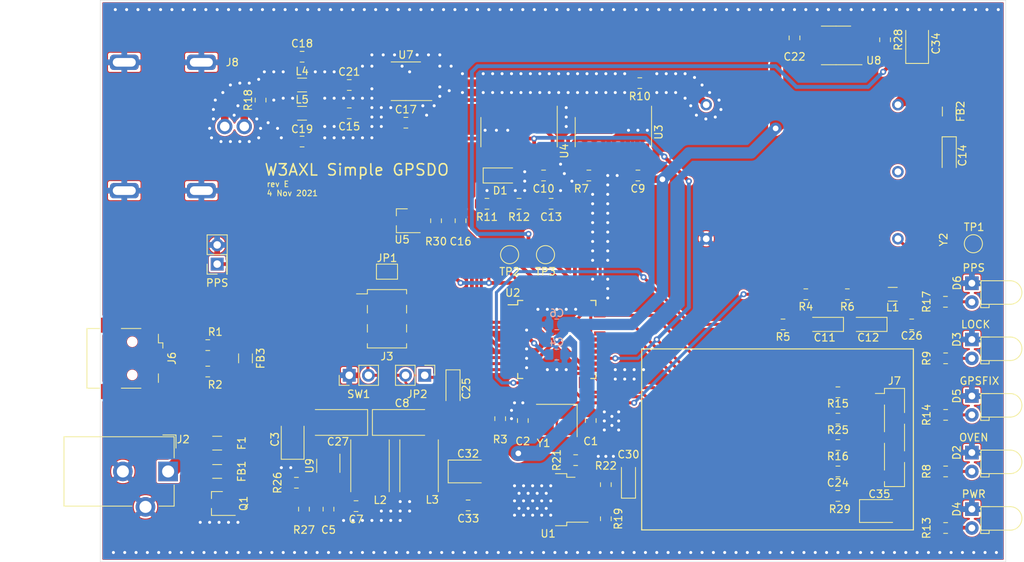
<source format=kicad_pcb>
(kicad_pcb (version 20171130) (host pcbnew "(5.1.9)-1")
  (title_block (title "Simple GPSDO") (date 2021-11-06) (rev E) (company W3AXL))
  (layers (0 F.Cu signal) (31 B.Cu signal) (34 B.Paste user) (35 F.Paste user) (36 B.SilkS user) (37 F.SilkS user) (38 B.Mask user) (39 F.Mask user) (44 Edge.Cuts user))
  (net 0 "")
  (net 1 GND)
  (net 2 10MHz)
  (net 3 "Net-(D1-Pad1)")
  (net 4 "Net-(D1-Pad2)")
  (net 5 "Net-(D2-Pad2)")
  (net 6 "Net-(D3-Pad2)")
  (net 7 "Net-(D4-Pad2)")
  (net 8 "Net-(D5-Pad2)")
  (net 9 "Net-(F1-Pad2)")
  (net 10 ISP_MISO)
  (net 11 "Net-(J3-Pad2)")
  (net 12 ISP_SCK)
  (net 13 ISP_MOSI)
  (net 14 ~RST)
  (net 15 GPS_PPS)
  (net 16 GPS_RX)
  (net 17 GPS_TX)
  (net 18 OVEN_TEMP)
  (net 19 POWER_OK)
  (net 20 GPS_LOCK)
  (net 21 "Net-(U2-Pad1)")
  (net 22 "Net-(U2-Pad8)")
  (net 23 "Net-(U2-Pad30)")
  (net 24 5MHz)
  (net 25 "Net-(U2-Pad33)")
  (net 26 "Net-(U2-Pad40)")
  (net 27 "Net-(U2-Pad41)")
  (net 28 "Net-(U7-Pad8)")
  (net 29 "Net-(U7-Pad5)")
  (net 30 "Net-(U7-Pad1)")
  (net 31 "Net-(F1-Pad1)")
  (net 32 "Net-(C3-Pad1)")
  (net 33 "Net-(C4-Pad2)")
  (net 34 "Net-(C11-Pad1)")
  (net 35 OSC_CTRL)
  (net 36 ADC0)
  (net 37 "Net-(C25-Pad1)")
  (net 38 "Net-(C26-Pad2)")
  (net 39 "Net-(FB2-Pad2)")
  (net 40 "Net-(J6-Pad2)")
  (net 41 "Net-(J7-Pad1)")
  (net 42 "Net-(J7-Pad3)")
  (net 43 "Net-(J7-Pad2)")
  (net 44 /PWM_D3)
  (net 45 /PWM_D11)
  (net 46 "Net-(R7-Pad2)")
  (net 47 TIME_LOCK)
  (net 48 "Net-(R10-Pad2)")
  (net 49 "Net-(U2-Pad29)")
  (net 50 /ADC2)
  (net 51 /1MHz)
  (net 52 "Net-(U8-Pad2)")
  (net 53 "Net-(U8-Pad3)")
  (net 54 "Net-(U8-Pad5)")
  (net 55 "Net-(U8-Pad6)")
  (net 56 "Net-(U8-Pad7)")
  (net 57 "Net-(Y2-Pad2)")
  (net 58 "Net-(R1-Pad1)")
  (net 59 "Net-(R2-Pad2)")
  (net 60 XTAL1)
  (net 61 XTAL2)
  (net 62 "Net-(C5-Pad2)")
  (net 63 "Net-(C7-Pad1)")
  (net 64 "Net-(C27-Pad1)")
  (net 65 "Net-(R26-Pad1)")
  (net 66 "Net-(C7-Pad2)")
  (net 67 +6V)
  (net 68 "Net-(FB1-Pad2)")
  (net 69 "Net-(C24-Pad2)")
  (net 70 "Net-(R28-Pad2)")
  (net 71 "Net-(U2-Pad27)")
  (net 72 +5V)
  (net 73 "Net-(FB3-Pad1)")
  (net 74 "Net-(FB3-Pad2)")
  (net 75 "Net-(J6-Pad3)")
  (net 76 "Net-(J6-Pad4)")
  (net 77 "Net-(D6-Pad2)")
  (net 78 "Net-(R19-Pad2)")
  (net 79 "Net-(R21-Pad1)")
  (net 80 "Net-(TP2-Pad1)")
  (net 81 "Net-(TP3-Pad1)")
  (net 82 "Net-(U2-Pad22)")
  (net 83 "Net-(C16-Pad2)")
  (net 84 "Net-(C15-Pad2)")
  (net 85 "Net-(C18-Pad2)")
  (net 86 "Net-(C19-Pad1)")
  (net 87 "Net-(C21-Pad2)")
  (module Package_QFP:TQFP-44_10x10mm_P0.8mm (layer F.Cu) (at 135 120)
    (fp_text reference U2 (at -5.833631 -6.187184) (layer F.SilkS))
    (fp_text value ATmega32U4-AU)
    (pad 1 smd rect (at -5.7 -4) (size 1.5 0.55) (layers F.Cu F.Paste F.Mask) (net 21 "Net-(U2-Pad1)"))
    (pad 2 smd rect (at -5.7 -3.2) (size 1.5 0.55) (layers F.Cu F.Paste F.Mask) (net 72 +5V))
    (pad 3 smd rect (at -5.7 -2.4) (size 1.5 0.55) (layers F.Cu F.Paste F.Mask) (net 58 "Net-(R1-Pad1)"))
    (pad 4 smd rect (at -5.7 -1.6) (size 1.5 0.55) (layers F.Cu F.Paste F.Mask) (net 59 "Net-(R2-Pad2)"))
    (pad 5 smd rect (at -5.7 -0.8) (size 1.5 0.55) (layers F.Cu F.Paste F.Mask) (net 1 GND))
    (pad 6 smd rect (at -5.7 0) (size 1.5 0.55) (layers F.Cu F.Paste F.Mask) (net 33 "Net-(C4-Pad2)"))
    (pad 7 smd rect (at -5.7 0.8) (size 1.5 0.55) (layers F.Cu F.Paste F.Mask) (net 74 "Net-(FB3-Pad2)"))
    (pad 8 smd rect (at -5.7 1.6) (size 1.5 0.55) (layers F.Cu F.Paste F.Mask) (net 22 "Net-(U2-Pad8)"))
    (pad 9 smd rect (at -5.7 2.4) (size 1.5 0.55) (layers F.Cu F.Paste F.Mask) (net 12 ISP_SCK))
    (pad 10 smd rect (at -5.7 3.2) (size 1.5 0.55) (layers F.Cu F.Paste F.Mask) (net 13 ISP_MOSI))
    (pad 11 smd rect (at -5.7 4) (size 1.5 0.55) (layers F.Cu F.Paste F.Mask) (net 10 ISP_MISO))
    (pad 12 smd rect (at -4 5.7 90) (size 1.5 0.55) (layers F.Cu F.Paste F.Mask) (net 45 /PWM_D11))
    (pad 13 smd rect (at -3.2 5.7 90) (size 1.5 0.55) (layers F.Cu F.Paste F.Mask) (net 14 ~RST))
    (pad 14 smd rect (at -2.4 5.7 90) (size 1.5 0.55) (layers F.Cu F.Paste F.Mask) (net 72 +5V))
    (pad 15 smd rect (at -1.6 5.7 90) (size 1.5 0.55) (layers F.Cu F.Paste F.Mask) (net 1 GND))
    (pad 16 smd rect (at -0.8 5.7 90) (size 1.5 0.55) (layers F.Cu F.Paste F.Mask) (net 61 XTAL2))
    (pad 17 smd rect (at 0 5.7 90) (size 1.5 0.55) (layers F.Cu F.Paste F.Mask) (net 60 XTAL1))
    (pad 18 smd rect (at 0.8 5.7 90) (size 1.5 0.55) (layers F.Cu F.Paste F.Mask) (net 44 /PWM_D3))
    (pad 19 smd rect (at 1.6 5.7 90) (size 1.5 0.55) (layers F.Cu F.Paste F.Mask) (net 18 OVEN_TEMP))
    (pad 20 smd rect (at 2.4 5.7 90) (size 1.5 0.55) (layers F.Cu F.Paste F.Mask) (net 17 GPS_TX))
    (pad 21 smd rect (at 3.2 5.7 90) (size 1.5 0.55) (layers F.Cu F.Paste F.Mask) (net 16 GPS_RX))
    (pad 22 smd rect (at 4 5.7 90) (size 1.5 0.55) (layers F.Cu F.Paste F.Mask) (net 82 "Net-(U2-Pad22)"))
    (pad 23 smd rect (at 5.7 4) (size 1.5 0.55) (layers F.Cu F.Paste F.Mask) (net 1 GND))
    (pad 24 smd rect (at 5.7 3.2) (size 1.5 0.55) (layers F.Cu F.Paste F.Mask) (net 72 +5V))
    (pad 25 smd rect (at 5.7 2.4) (size 1.5 0.55) (layers F.Cu F.Paste F.Mask) (net 15 GPS_PPS))
    (pad 26 smd rect (at 5.7 1.6) (size 1.5 0.55) (layers F.Cu F.Paste F.Mask) (net 24 5MHz))
    (pad 27 smd rect (at 5.7 0.8) (size 1.5 0.55) (layers F.Cu F.Paste F.Mask) (net 71 "Net-(U2-Pad27)"))
    (pad 28 smd rect (at 5.7 0) (size 1.5 0.55) (layers F.Cu F.Paste F.Mask) (net 20 GPS_LOCK))
    (pad 29 smd rect (at 5.7 -0.8) (size 1.5 0.55) (layers F.Cu F.Paste F.Mask) (net 49 "Net-(U2-Pad29)"))
    (pad 30 smd rect (at 5.7 -1.6) (size 1.5 0.55) (layers F.Cu F.Paste F.Mask) (net 23 "Net-(U2-Pad30)"))
    (pad 31 smd rect (at 5.7 -2.4) (size 1.5 0.55) (layers F.Cu F.Paste F.Mask) (net 19 POWER_OK))
    (pad 32 smd rect (at 5.7 -3.2) (size 1.5 0.55) (layers F.Cu F.Paste F.Mask) (net 47 TIME_LOCK))
    (pad 33 smd rect (at 5.7 -4) (size 1.5 0.55) (layers F.Cu F.Paste F.Mask) (net 25 "Net-(U2-Pad33)"))
    (pad 34 smd rect (at 4 -5.7 90) (size 1.5 0.55) (layers F.Cu F.Paste F.Mask) (net 72 +5V))
    (pad 35 smd rect (at 3.2 -5.7 90) (size 1.5 0.55) (layers F.Cu F.Paste F.Mask) (net 1 GND))
    (pad 36 smd rect (at 2.4 -5.7 90) (size 1.5 0.55) (layers F.Cu F.Paste F.Mask) (net 36 ADC0))
    (pad 37 smd rect (at 1.6 -5.7 90) (size 1.5 0.55) (layers F.Cu F.Paste F.Mask) (net 81 "Net-(TP3-Pad1)"))
    (pad 38 smd rect (at 0.8 -5.7 90) (size 1.5 0.55) (layers F.Cu F.Paste F.Mask) (net 50 /ADC2))
    (pad 39 smd rect (at 0 -5.7 90) (size 1.5 0.55) (layers F.Cu F.Paste F.Mask) (net 80 "Net-(TP2-Pad1)"))
    (pad 40 smd rect (at -0.8 -5.7 90) (size 1.5 0.55) (layers F.Cu F.Paste F.Mask) (net 26 "Net-(U2-Pad40)"))
    (pad 41 smd rect (at -1.6 -5.7 90) (size 1.5 0.55) (layers F.Cu F.Paste F.Mask) (net 27 "Net-(U2-Pad41)"))
    (pad 42 smd rect (at -2.4 -5.7 90) (size 1.5 0.55) (layers F.Cu F.Paste F.Mask) (net 83 "Net-(C16-Pad2)"))
    (pad 43 smd rect (at -3.2 -5.7 90) (size 1.5 0.55) (layers F.Cu F.Paste F.Mask) (net 1 GND))
    (pad 44 smd rect (at -4 -5.7 90) (size 1.5 0.55) (layers F.Cu F.Paste F.Mask) (net 72 +5V))
  )
  (module Bliley:CO-08 (layer F.Cu) (at 167.5 97.75 180)
    (fp_text reference Y2 (at -18.75 -9 90) (layer F.SilkS))
    (fp_text value NV47X)
    (pad 1 thru_hole circle (at -12.7 -8.89 180) (size 1.524 1.524) (drill 0.889) (layers *.Cu *.Mask) (net 38 "Net-(C26-Pad2)"))
    (pad 2 thru_hole circle (at -12.7 0 180) (size 1.524 1.524) (drill 0.889) (layers *.Cu *.Mask) (net 57 "Net-(Y2-Pad2)"))
    (pad 3 thru_hole circle (at -12.7 8.89 180) (size 1.524 1.524) (drill 0.889) (layers *.Cu *.Mask) (net 39 "Net-(FB2-Pad2)"))
    (pad 4 thru_hole circle (at 12.7 8.89 180) (size 1.524 1.524) (drill 0.889) (layers *.Cu *.Mask) (net 48 "Net-(R10-Pad2)"))
    (pad 5 thru_hole circle (at 12.7 -8.89 180) (size 1.524 1.524) (drill 0.889) (layers *.Cu *.Mask) (net 1 GND))
  )
  (module Package_SO:SOIC-16_3.9x9.9mm_P1.27mm (layer F.Cu) (at 142.5 92.5 270)
    (fp_text reference U3 (at 0 -6 90) (layer F.SilkS))
    (fp_text value MC74HC390)
    (pad 16 smd roundrect (at 2.475 -4.445 270) (size 1.95 0.6) (layers F.Cu F.Paste F.Mask) (net 72 +5V))
    (pad 15 smd roundrect (at 2.475 -3.175 270) (size 1.95 0.6) (layers F.Cu F.Paste F.Mask) (net 1 GND))
    (pad 14 smd roundrect (at 2.475 -1.905 270) (size 1.95 0.6) (layers F.Cu F.Paste F.Mask) (net 1 GND))
    (pad 13 smd roundrect (at 2.475 -0.635 270) (size 1.95 0.6) (layers F.Cu F.Paste F.Mask))
    (pad 12 smd roundrect (at 2.475 0.635 270) (size 1.95 0.6) (layers F.Cu F.Paste F.Mask) (net 1 GND))
    (pad 11 smd roundrect (at 2.475 1.905 270) (size 1.95 0.6) (layers F.Cu F.Paste F.Mask))
    (pad 10 smd roundrect (at 2.475 3.175 270) (size 1.95 0.6) (layers F.Cu F.Paste F.Mask))
    (pad 9 smd roundrect (at 2.475 4.445 270) (size 1.95 0.6) (layers F.Cu F.Paste F.Mask))
    (pad 8 smd roundrect (at -2.475 4.445 270) (size 1.95 0.6) (layers F.Cu F.Paste F.Mask) (net 1 GND))
    (pad 7 smd roundrect (at -2.475 3.175 270) (size 1.95 0.6) (layers F.Cu F.Paste F.Mask) (net 51 /1MHz))
    (pad 6 smd roundrect (at -2.475 1.905 270) (size 1.95 0.6) (layers F.Cu F.Paste F.Mask))
    (pad 5 smd roundrect (at -2.475 0.635 270) (size 1.95 0.6) (layers F.Cu F.Paste F.Mask))
    (pad 4 smd roundrect (at -2.475 -0.635 270) (size 1.95 0.6) (layers F.Cu F.Paste F.Mask) (net 46 "Net-(R7-Pad2)"))
    (pad 3 smd roundrect (at -2.475 -1.905 270) (size 1.95 0.6) (layers F.Cu F.Paste F.Mask) (net 46 "Net-(R7-Pad2)"))
    (pad 2 smd roundrect (at -2.475 -3.175 270) (size 1.95 0.6) (layers F.Cu F.Paste F.Mask) (net 1 GND))
    (pad 1 smd roundrect (at -2.475 -4.445 270) (size 1.95 0.6) (layers F.Cu F.Paste F.Mask) (net 2 10MHz))
  )
  (module Capacitor_SMD:C_0805_2012Metric_Pad1.15x1.40mm_HandSolder (layer F.Cu) (at 139.5 130.75 90)
    (fp_text reference C1 (at -2.75 0 180) (layer F.SilkS))
    (fp_text value 6.8pF)
    (pad 2 smd roundrect (at 1.025 0 90) (size 1.15 1.4) (layers F.Cu F.Paste F.Mask) (roundrect_rratio 0.2173904347826087) (net 60 XTAL1))
    (pad 1 smd roundrect (at -1.025 0 90) (size 1.15 1.4) (layers F.Cu F.Paste F.Mask) (roundrect_rratio 0.2173904347826087) (net 1 GND))
  )
  (module Capacitor_SMD:C_0805_2012Metric_Pad1.15x1.40mm_HandSolder (layer F.Cu) (at 130.5 130.75 270)
    (fp_text reference C2 (at 2.75 0 180) (layer F.SilkS))
    (fp_text value 6.8pF)
    (pad 1 smd roundrect (at -1.025 0 270) (size 1.15 1.4) (layers F.Cu F.Paste F.Mask) (roundrect_rratio 0.2173904347826087) (net 1 GND))
    (pad 2 smd roundrect (at 1.025 0 270) (size 1.15 1.4) (layers F.Cu F.Paste F.Mask) (roundrect_rratio 0.2173904347826087) (net 61 XTAL2))
  )
  (module Capacitor_SMD:C_0805_2012Metric_Pad1.15x1.40mm_HandSolder (layer B.Cu) (at 135 122 180)
    (fp_text reference C4 (at 0 1.65) (layer B.SilkS) (effects (justify mirror)))
    (fp_text value 1uF)
    (pad 1 smd roundrect (at -1.025 0 180) (size 1.15 1.4) (layers B.Cu B.Paste B.Mask) (roundrect_rratio 0.2173904347826087) (net 1 GND))
    (pad 2 smd roundrect (at 1.025 0 180) (size 1.15 1.4) (layers B.Cu B.Paste B.Mask) (roundrect_rratio 0.2173904347826087) (net 33 "Net-(C4-Pad2)"))
  )
  (module Capacitor_SMD:C_0805_2012Metric_Pad1.15x1.40mm_HandSolder (layer B.Cu) (at 135 118)
    (fp_text reference C6 (at 0 -1.5) (layer B.SilkS) (effects (justify mirror)))
    (fp_text value 0.1uF)
    (pad 2 smd roundrect (at 1.025 0) (size 1.15 1.4) (layers B.Cu B.Paste B.Mask) (roundrect_rratio 0.2173904347826087) (net 72 +5V))
    (pad 1 smd roundrect (at -1.025 0) (size 1.15 1.4) (layers B.Cu B.Paste B.Mask) (roundrect_rratio 0.2173904347826087) (net 1 GND))
  )
  (module Capacitor_SMD:C_0805_2012Metric_Pad1.15x1.40mm_HandSolder (layer F.Cu) (at 145.75 98.25)
    (fp_text reference C9 (at 0 1.75 180) (layer F.SilkS))
    (fp_text value 0.1uF)
    (pad 1 smd roundrect (at -1.025 0) (size 1.15 1.4) (layers F.Cu F.Paste F.Mask) (roundrect_rratio 0.2173904347826087) (net 1 GND))
    (pad 2 smd roundrect (at 1.025 0) (size 1.15 1.4) (layers F.Cu F.Paste F.Mask) (roundrect_rratio 0.2173904347826087) (net 72 +5V))
  )
  (module Capacitor_SMD:C_0805_2012Metric_Pad1.15x1.40mm_HandSolder (layer F.Cu) (at 133.25 98.25)
    (fp_text reference C10 (at 0 1.75 180) (layer F.SilkS))
    (fp_text value 0.1uF)
    (pad 2 smd roundrect (at 1.025 0) (size 1.15 1.4) (layers F.Cu F.Paste F.Mask) (roundrect_rratio 0.2173904347826087) (net 72 +5V))
    (pad 1 smd roundrect (at -1.025 0) (size 1.15 1.4) (layers F.Cu F.Paste F.Mask) (roundrect_rratio 0.2173904347826087) (net 1 GND))
  )
  (module Capacitor_SMD:C_0805_2012Metric_Pad1.15x1.40mm_HandSolder (layer F.Cu) (at 134.25 102 180)
    (fp_text reference C13 (at 0 -1.75 180) (layer F.SilkS))
    (fp_text value 1nF)
    (pad 2 smd roundrect (at 1.025 0 180) (size 1.15 1.4) (layers F.Cu F.Paste F.Mask) (roundrect_rratio 0.2173904347826087) (net 36 ADC0))
    (pad 1 smd roundrect (at -1.025 0 180) (size 1.15 1.4) (layers F.Cu F.Paste F.Mask) (roundrect_rratio 0.2173904347826087) (net 1 GND))
  )
  (module Capacitor_SMD:C_0805_2012Metric_Pad1.15x1.40mm_HandSolder (layer F.Cu) (at 115 91.25)
    (fp_text reference C17 (at 0 -1.75 180) (layer F.SilkS))
    (fp_text value 0.1uF)
    (pad 1 smd roundrect (at -1.025 0) (size 1.15 1.4) (layers F.Cu F.Paste F.Mask) (roundrect_rratio 0.2173904347826087) (net 1 GND))
    (pad 2 smd roundrect (at 1.025 0) (size 1.15 1.4) (layers F.Cu F.Paste F.Mask) (roundrect_rratio 0.2173904347826087) (net 72 +5V))
  )
  (module Capacitor_SMD:C_0805_2012Metric_Pad1.15x1.40mm_HandSolder (layer F.Cu) (at 107.5 86.25)
    (fp_text reference C21 (at 0 -1.75) (layer F.SilkS))
    (fp_text value 0.1uF)
    (pad 1 smd roundrect (at -1.025 0) (size 1.15 1.4) (layers F.Cu F.Paste F.Mask) (roundrect_rratio 0.2173904347826087) (net 84 "Net-(C15-Pad2)"))
    (pad 2 smd roundrect (at 1.025 0) (size 1.15 1.4) (layers F.Cu F.Paste F.Mask) (roundrect_rratio 0.2173904347826087) (net 87 "Net-(C21-Pad2)"))
  )
  (module Diode_SMD:D_SOD-123 (layer F.Cu) (at 127.5 98.25)
    (fp_text reference D1 (at 0 2) (layer F.SilkS))
    (fp_text value 1N6263)
    (pad 1 smd rect (at -1.65 0) (size 0.9 1.2) (layers F.Cu F.Paste F.Mask) (net 3 "Net-(D1-Pad1)"))
    (pad 2 smd rect (at 1.65 0) (size 0.9 1.2) (layers F.Cu F.Paste F.Mask) (net 4 "Net-(D1-Pad2)"))
  )
  (module Fuse:Fuse_1206_3216Metric_Pad1.42x1.75mm_HandSolder (layer F.Cu) (at 90 133.75 180)
    (fp_text reference F1 (at -3.25 0 270) (layer F.SilkS))
    (fp_text value 2A)
    (pad 1 smd roundrect (at -1.4875 0 180) (size 1.425 1.75) (layers F.Cu F.Paste F.Mask) (roundrect_rratio 0.1754385964912281) (net 31 "Net-(F1-Pad1)"))
    (pad 2 smd roundrect (at 1.4875 0 180) (size 1.425 1.75) (layers F.Cu F.Paste F.Mask) (roundrect_rratio 0.1754385964912281) (net 9 "Net-(F1-Pad2)"))
  )
  (module Connector_BarrelJack:BarrelJack_CUI_PJ-102AH_Horizontal (layer F.Cu) (at 83.5 137.5 270)
    (fp_text reference J2 (at -4.25 -2) (layer F.SilkS))
    (fp_text value PWR)
    (pad 1 thru_hole rect (at 0 0 270) (size 2.6 2.6) (drill 1.6) (layers *.Cu *.Mask) (net 9 "Net-(F1-Pad2)"))
    (pad 2 thru_hole circle (at 0 6 270) (size 2.6 2.6) (drill 1.6) (layers *.Cu *.Mask) (net 1 GND))
    (pad 3 thru_hole circle (at 4.7 3 270) (size 2.6 2.6) (drill 1.6) (layers *.Cu *.Mask) (net 1 GND))
  )
  (module Connector_PinHeader_2.54mm:PinHeader_2x03_P2.54mm_Vertical_SMD (layer F.Cu) (at 112.5 117.25)
    (fp_text reference J3 (at 0 5) (layer F.SilkS))
    (fp_text value ISP)
    (pad 1 smd rect (at -2.525 -2.54) (size 3.15 1) (layers F.Cu F.Paste F.Mask) (net 10 ISP_MISO))
    (pad 2 smd rect (at 2.525 -2.54) (size 3.15 1) (layers F.Cu F.Paste F.Mask) (net 11 "Net-(J3-Pad2)"))
    (pad 3 smd rect (at -2.525 0) (size 3.15 1) (layers F.Cu F.Paste F.Mask) (net 12 ISP_SCK))
    (pad 4 smd rect (at 2.525 0) (size 3.15 1) (layers F.Cu F.Paste F.Mask) (net 13 ISP_MOSI))
    (pad 5 smd rect (at -2.525 2.54) (size 3.15 1) (layers F.Cu F.Paste F.Mask) (net 14 ~RST))
    (pad 6 smd rect (at 2.525 2.54) (size 3.15 1) (layers F.Cu F.Paste F.Mask) (net 1 GND))
  )
  (module Jumper:SolderJumper-2_P1.3mm_Open_Pad1.0x1.5mm (layer F.Cu) (at 112.5 111)
    (fp_text reference JP1 (at 0 -1.8) (layer F.SilkS))
    (fp_text value ISP_VCC)
    (pad 2 smd rect (at 0.65 0) (size 1 1.5) (layers F.Cu F.Mask) (net 72 +5V))
    (pad 1 smd rect (at -0.65 0) (size 1 1.5) (layers F.Cu F.Mask) (net 11 "Net-(J3-Pad2)"))
  )
  (module Resistor_SMD:R_0805_2012Metric_Pad1.15x1.40mm_HandSolder (layer F.Cu) (at 88.75 120.75 180)
    (fp_text reference R1 (at -1 1.75) (layer F.SilkS))
    (fp_text value 22R)
    (pad 2 smd roundrect (at 1.025 0 180) (size 1.15 1.4) (layers F.Cu F.Paste F.Mask) (roundrect_rratio 0.2173904347826087) (net 40 "Net-(J6-Pad2)"))
    (pad 1 smd roundrect (at -1.025 0 180) (size 1.15 1.4) (layers F.Cu F.Paste F.Mask) (roundrect_rratio 0.2173904347826087) (net 58 "Net-(R1-Pad1)"))
  )
  (module Resistor_SMD:R_0805_2012Metric_Pad1.15x1.40mm_HandSolder (layer F.Cu) (at 88.75 124.25)
    (fp_text reference R2 (at 0.975 1.75) (layer F.SilkS))
    (fp_text value 22R)
    (pad 1 smd roundrect (at -1.025 0) (size 1.15 1.4) (layers F.Cu F.Paste F.Mask) (roundrect_rratio 0.2173904347826087) (net 75 "Net-(J6-Pad3)"))
    (pad 2 smd roundrect (at 1.025 0) (size 1.15 1.4) (layers F.Cu F.Paste F.Mask) (roundrect_rratio 0.2173904347826087) (net 59 "Net-(R2-Pad2)"))
  )
  (module Resistor_SMD:R_0805_2012Metric_Pad1.15x1.40mm_HandSolder (layer F.Cu) (at 127.5 130.5 90)
    (fp_text reference R3 (at -2.75 0 180) (layer F.SilkS))
    (fp_text value 10k)
    (pad 2 smd roundrect (at 1.025 0 90) (size 1.15 1.4) (layers F.Cu F.Paste F.Mask) (roundrect_rratio 0.2173904347826087) (net 14 ~RST))
    (pad 1 smd roundrect (at -1.025 0 90) (size 1.15 1.4) (layers F.Cu F.Paste F.Mask) (roundrect_rratio 0.2173904347826087) (net 72 +5V))
  )
  (module Resistor_SMD:R_0805_2012Metric_Pad1.15x1.40mm_HandSolder (layer F.Cu) (at 186.525 137.5 180)
    (fp_text reference R8 (at 2.525 0 90) (layer F.SilkS))
    (fp_text value 470)
    (pad 2 smd roundrect (at 1.025 0 180) (size 1.15 1.4) (layers F.Cu F.Paste F.Mask) (roundrect_rratio 0.2173904347826087) (net 18 OVEN_TEMP))
    (pad 1 smd roundrect (at -1.025 0 180) (size 1.15 1.4) (layers F.Cu F.Paste F.Mask) (roundrect_rratio 0.2173904347826087) (net 5 "Net-(D2-Pad2)"))
  )
  (module Resistor_SMD:R_0805_2012Metric_Pad1.15x1.40mm_HandSolder (layer F.Cu) (at 186.525 122.5 180)
    (fp_text reference R9 (at 2.525 0 90) (layer F.SilkS))
    (fp_text value 470)
    (pad 2 smd roundrect (at 1.025 0 180) (size 1.15 1.4) (layers F.Cu F.Paste F.Mask) (roundrect_rratio 0.2173904347826087) (net 47 TIME_LOCK))
    (pad 1 smd roundrect (at -1.025 0 180) (size 1.15 1.4) (layers F.Cu F.Paste F.Mask) (roundrect_rratio 0.2173904347826087) (net 6 "Net-(D3-Pad2)"))
  )
  (module Resistor_SMD:R_0805_2012Metric_Pad1.15x1.40mm_HandSolder (layer F.Cu) (at 125.75 102)
    (fp_text reference R11 (at 0 1.75) (layer F.SilkS))
    (fp_text value 3k9)
    (pad 1 smd roundrect (at -1.025 0) (size 1.15 1.4) (layers F.Cu F.Paste F.Mask) (roundrect_rratio 0.2173904347826087) (net 3 "Net-(D1-Pad1)"))
    (pad 2 smd roundrect (at 1.025 0) (size 1.15 1.4) (layers F.Cu F.Paste F.Mask) (roundrect_rratio 0.2173904347826087) (net 36 ADC0))
  )
  (module Resistor_SMD:R_0805_2012Metric_Pad1.15x1.40mm_HandSolder (layer F.Cu) (at 130 102)
    (fp_text reference R12 (at 0 1.75) (layer F.SilkS))
    (fp_text value 10M)
    (pad 2 smd roundrect (at 1.025 0) (size 1.15 1.4) (layers F.Cu F.Paste F.Mask) (roundrect_rratio 0.2173904347826087) (net 1 GND))
    (pad 1 smd roundrect (at -1.025 0) (size 1.15 1.4) (layers F.Cu F.Paste F.Mask) (roundrect_rratio 0.2173904347826087) (net 36 ADC0))
  )
  (module Resistor_SMD:R_0805_2012Metric_Pad1.15x1.40mm_HandSolder (layer F.Cu) (at 186.525 145 180)
    (fp_text reference R13 (at 2.525 0 90) (layer F.SilkS))
    (fp_text value 470)
    (pad 2 smd roundrect (at 1.025 0 180) (size 1.15 1.4) (layers F.Cu F.Paste F.Mask) (roundrect_rratio 0.2173904347826087) (net 19 POWER_OK))
    (pad 1 smd roundrect (at -1.025 0 180) (size 1.15 1.4) (layers F.Cu F.Paste F.Mask) (roundrect_rratio 0.2173904347826087) (net 7 "Net-(D4-Pad2)"))
  )
  (module Resistor_SMD:R_0805_2012Metric_Pad1.15x1.40mm_HandSolder (layer F.Cu) (at 186.525 130 180)
    (fp_text reference R14 (at 2.525 0 90) (layer F.SilkS))
    (fp_text value 470)
    (pad 1 smd roundrect (at -1.025 0 180) (size 1.15 1.4) (layers F.Cu F.Paste F.Mask) (roundrect_rratio 0.2173904347826087) (net 8 "Net-(D5-Pad2)"))
    (pad 2 smd roundrect (at 1.025 0 180) (size 1.15 1.4) (layers F.Cu F.Paste F.Mask) (roundrect_rratio 0.2173904347826087) (net 20 GPS_LOCK))
  )
  (module Package_SO:SOIC-16_3.9x9.9mm_P1.27mm (layer F.Cu) (at 130 92.5 270)
    (fp_text reference U4 (at 2.5 -6 90) (layer F.SilkS))
    (fp_text value CD74HC4046AM96)
    (pad 1 smd roundrect (at -2.475 -4.445 270) (size 1.95 0.6) (layers F.Cu F.Paste F.Mask))
    (pad 2 smd roundrect (at -2.475 -3.175 270) (size 1.95 0.6) (layers F.Cu F.Paste F.Mask))
    (pad 3 smd roundrect (at -2.475 -1.905 270) (size 1.95 0.6) (layers F.Cu F.Paste F.Mask) (net 51 /1MHz))
    (pad 4 smd roundrect (at -2.475 -0.635 270) (size 1.95 0.6) (layers F.Cu F.Paste F.Mask))
    (pad 5 smd roundrect (at -2.475 0.635 270) (size 1.95 0.6) (layers F.Cu F.Paste F.Mask) (net 72 +5V))
    (pad 6 smd roundrect (at -2.475 1.905 270) (size 1.95 0.6) (layers F.Cu F.Paste F.Mask))
    (pad 7 smd roundrect (at -2.475 3.175 270) (size 1.95 0.6) (layers F.Cu F.Paste F.Mask))
    (pad 8 smd roundrect (at -2.475 4.445 270) (size 1.95 0.6) (layers F.Cu F.Paste F.Mask) (net 1 GND))
    (pad 9 smd roundrect (at 2.475 4.445 270) (size 1.95 0.6) (layers F.Cu F.Paste F.Mask))
    (pad 10 smd roundrect (at 2.475 3.175 270) (size 1.95 0.6) (layers F.Cu F.Paste F.Mask))
    (pad 11 smd roundrect (at 2.475 1.905 270) (size 1.95 0.6) (layers F.Cu F.Paste F.Mask))
    (pad 12 smd roundrect (at 2.475 0.635 270) (size 1.95 0.6) (layers F.Cu F.Paste F.Mask))
    (pad 13 smd roundrect (at 2.475 -0.635 270) (size 1.95 0.6) (layers F.Cu F.Paste F.Mask))
    (pad 14 smd roundrect (at 2.475 -1.905 270) (size 1.95 0.6) (layers F.Cu F.Paste F.Mask) (net 15 GPS_PPS))
    (pad 15 smd roundrect (at 2.475 -3.175 270) (size 1.95 0.6) (layers F.Cu F.Paste F.Mask) (net 4 "Net-(D1-Pad2)"))
    (pad 16 smd roundrect (at 2.475 -4.445 270) (size 1.95 0.6) (layers F.Cu F.Paste F.Mask) (net 72 +5V))
  )
  (module Package_SO:SOIC-8_3.9x4.9mm_P1.27mm (layer F.Cu) (at 115 85.75 180)
    (fp_text reference U7 (at 0 3.5) (layer F.SilkS))
    (fp_text value TLV3541IDR)
    (pad 8 smd roundrect (at 2.475 -1.905 180) (size 1.95 0.6) (layers F.Cu F.Paste F.Mask) (net 28 "Net-(U7-Pad8)"))
    (pad 7 smd roundrect (at 2.475 -0.635 180) (size 1.95 0.6) (layers F.Cu F.Paste F.Mask) (net 72 +5V))
    (pad 6 smd roundrect (at 2.475 0.635 180) (size 1.95 0.6) (layers F.Cu F.Paste F.Mask) (net 87 "Net-(C21-Pad2)"))
    (pad 5 smd roundrect (at 2.475 1.905 180) (size 1.95 0.6) (layers F.Cu F.Paste F.Mask) (net 29 "Net-(U7-Pad5)"))
    (pad 4 smd roundrect (at -2.475 1.905 180) (size 1.95 0.6) (layers F.Cu F.Paste F.Mask) (net 1 GND))
    (pad 3 smd roundrect (at -2.475 0.635 180) (size 1.95 0.6) (layers F.Cu F.Paste F.Mask) (net 2 10MHz))
    (pad 2 smd roundrect (at -2.475 -0.635 180) (size 1.95 0.6) (layers F.Cu F.Paste F.Mask) (net 87 "Net-(C21-Pad2)"))
    (pad 1 smd roundrect (at -2.475 -1.905 180) (size 1.95 0.6) (layers F.Cu F.Paste F.Mask) (net 30 "Net-(U7-Pad1)"))
  )
  (module Capacitor_SMD:C_0805_2012Metric_Pad1.15x1.40mm_HandSolder (layer F.Cu) (at 104.75 142.5 90)
    (fp_text reference C5 (at -2.75 0) (layer F.SilkS))
    (fp_text value 1nF)
    (pad 2 smd roundrect (at 1.025 0 90) (size 1.15 1.4) (layers F.Cu F.Paste F.Mask) (roundrect_rratio 0.2173904347826087) (net 62 "Net-(C5-Pad2)"))
    (pad 1 smd roundrect (at -1.025 0 90) (size 1.15 1.4) (layers F.Cu F.Paste F.Mask) (roundrect_rratio 0.2173904347826087) (net 1 GND))
  )
  (module Capacitor_SMD:C_0805_2012Metric_Pad1.15x1.40mm_HandSolder (layer F.Cu) (at 108.4 142.1)
    (fp_text reference C7 (at 0 1.75) (layer F.SilkS))
    (fp_text value 0.1uF)
    (pad 2 smd roundrect (at 1.025 0) (size 1.15 1.4) (layers F.Cu F.Paste F.Mask) (roundrect_rratio 0.2173904347826087) (net 66 "Net-(C7-Pad2)"))
    (pad 1 smd roundrect (at -1.025 0) (size 1.15 1.4) (layers F.Cu F.Paste F.Mask) (roundrect_rratio 0.2173904347826087) (net 63 "Net-(C7-Pad1)"))
  )
  (module Capacitor_SMD:C_0805_2012Metric_Pad1.15x1.40mm_HandSolder (layer F.Cu) (at 166.5 80 270)
    (fp_text reference C22 (at 2.5 0 180) (layer F.SilkS))
    (fp_text value 0.1uF)
    (pad 2 smd roundrect (at 1.025 0 270) (size 1.15 1.4) (layers F.Cu F.Paste F.Mask) (roundrect_rratio 0.2173904347826087) (net 72 +5V))
    (pad 1 smd roundrect (at -1.025 0 270) (size 1.15 1.4) (layers F.Cu F.Paste F.Mask) (roundrect_rratio 0.2173904347826087) (net 1 GND))
  )
  (module Capacitor_SMD:C_0805_2012Metric_Pad1.15x1.40mm_HandSolder (layer F.Cu) (at 172.25 137.5)
    (fp_text reference C24 (at 0 1.5) (layer F.SilkS))
    (fp_text value 0.1uF)
    (pad 2 smd roundrect (at 1.025 0) (size 1.15 1.4) (layers F.Cu F.Paste F.Mask) (roundrect_rratio 0.2173904347826087) (net 69 "Net-(C24-Pad2)"))
    (pad 1 smd roundrect (at -1.025 0) (size 1.15 1.4) (layers F.Cu F.Paste F.Mask) (roundrect_rratio 0.2173904347826087) (net 1 GND))
  )
  (module Capacitor_SMD:C_0805_2012Metric_Pad1.15x1.40mm_HandSolder (layer F.Cu) (at 182.025 118 180)
    (fp_text reference C26 (at 0 -1.5) (layer F.SilkS))
    (fp_text value 0.1uF)
    (pad 1 smd roundrect (at -1.025 0 180) (size 1.15 1.4) (layers F.Cu F.Paste F.Mask) (roundrect_rratio 0.2173904347826087) (net 1 GND))
    (pad 2 smd roundrect (at 1.025 0 180) (size 1.15 1.4) (layers F.Cu F.Paste F.Mask) (roundrect_rratio 0.2173904347826087) (net 38 "Net-(C26-Pad2)"))
  )
  (module Fuse:Fuse_1206_3216Metric_Pad1.42x1.75mm_HandSolder (layer F.Cu) (at 90 137.5)
    (fp_text reference FB1 (at 3.2375 0 90) (layer F.SilkS))
    (fp_text value Ferrite)
    (pad 1 smd roundrect (at -1.4875 0) (size 1.425 1.75) (layers F.Cu F.Paste F.Mask) (roundrect_rratio 0.1754385964912281) (net 31 "Net-(F1-Pad1)"))
    (pad 2 smd roundrect (at 1.4875 0) (size 1.425 1.75) (layers F.Cu F.Paste F.Mask) (roundrect_rratio 0.1754385964912281) (net 68 "Net-(FB1-Pad2)"))
  )
  (module Fuse:Fuse_1206_3216Metric_Pad1.42x1.75mm_HandSolder (layer F.Cu) (at 187 89.7625 90)
    (fp_text reference FB2 (at 0.0125 1.5 90) (layer F.SilkS))
    (fp_text value Ferrite)
    (pad 2 smd roundrect (at 1.4875 0 90) (size 1.425 1.75) (layers F.Cu F.Paste F.Mask) (roundrect_rratio 0.1754385964912281) (net 39 "Net-(FB2-Pad2)"))
    (pad 1 smd roundrect (at -1.4875 0 90) (size 1.425 1.75) (layers F.Cu F.Paste F.Mask) (roundrect_rratio 0.1754385964912281) (net 72 +5V))
  )
  (module Connector_PinSocket_2.54mm:PinSocket_1x05_P2.54mm_Vertical_SMD_Pin1Left (layer F.Cu) (at 179.75 133)
    (fp_text reference J7 (at 0 -7.5) (layer F.SilkS))
    (fp_text value NEO-6M)
    (pad 1 smd rect (at -1.65 -5.08) (size 1.9 1) (layers F.Cu F.Paste F.Mask) (net 41 "Net-(J7-Pad1)"))
    (pad 3 smd rect (at -1.65 0) (size 1.9 1) (layers F.Cu F.Paste F.Mask) (net 42 "Net-(J7-Pad3)"))
    (pad 5 smd rect (at -1.65 5.08) (size 1.9 1) (layers F.Cu F.Paste F.Mask) (net 69 "Net-(C24-Pad2)"))
    (pad 2 smd rect (at 1.65 -2.54) (size 1.9 1) (layers F.Cu F.Paste F.Mask) (net 43 "Net-(J7-Pad2)"))
    (pad 4 smd rect (at 1.65 2.54) (size 1.9 1) (layers F.Cu F.Paste F.Mask) (net 1 GND))
  )
  (module molex:734152980 (layer F.Cu) (at 91 91.75 270)
    (fp_text reference J8 (at -8.5 -1 180) (layer F.SilkS))
    (fp_text value 10MHz_OUT)
    (pad 2 thru_hole circle (at 0 0 270) (size 2.032 2.032) (drill 1.27) (layers *.Cu *.Mask) (net 85 "Net-(C18-Pad2)"))
    (pad 1 thru_hole circle (at 0 -2.5908 270) (size 2.032 2.032) (drill 1.27) (layers *.Cu *.Mask) (net 86 "Net-(C19-Pad1)"))
    (pad 3 thru_hole roundrect (at 8.509 3.0988 270) (size 2.032 3.81) (drill oval 1.143 3.048) (layers *.Cu *.Mask) (net 1 GND))
    (pad 3 thru_hole roundrect (at -8.509 3.0988 270) (size 2.032 3.81) (drill oval 1.143 3.048) (layers *.Cu *.Mask) (net 1 GND))
    (pad 3 thru_hole roundrect (at 8.509 13.3096 270) (size 2.032 3.81) (drill oval 1.143 3.048) (layers *.Cu *.Mask) (net 1 GND))
    (pad 3 thru_hole roundrect (at -8.509 13.3096 270) (size 2.032 3.81) (drill oval 1.143 3.048) (layers *.Cu *.Mask) (net 1 GND))
  )
  (module Connector_PinHeader_2.54mm:PinHeader_1x02_P2.54mm_Vertical (layer F.Cu) (at 117.5 124.75 270)
    (fp_text reference JP2 (at 2.5 1 180) (layer F.SilkS))
    (fp_text value RST_BP)
    (pad 1 thru_hole rect (at 0 0 270) (size 1.7 1.7) (drill 1) (layers *.Cu *.Mask) (net 37 "Net-(C25-Pad1)"))
    (pad 2 thru_hole oval (at 0 2.54 270) (size 1.7 1.7) (drill 1) (layers *.Cu *.Mask) (net 14 ~RST))
  )
  (module Inductor_SMD:L_1206_3216Metric_Pad1.42x1.75mm_HandSolder (layer F.Cu) (at 179.5125 114)
    (fp_text reference L1 (at -0.0125 1.75) (layer F.SilkS))
    (fp_text value 3.3uH)
    (pad 1 smd roundrect (at -1.4875 0) (size 1.425 1.75) (layers F.Cu F.Paste F.Mask) (roundrect_rratio 0.1754385964912281) (net 35 OSC_CTRL))
    (pad 2 smd roundrect (at 1.4875 0) (size 1.425 1.75) (layers F.Cu F.Paste F.Mask) (roundrect_rratio 0.1754385964912281) (net 38 "Net-(C26-Pad2)"))
  )
  (module Resistor_SMD:R_0805_2012Metric_Pad1.15x1.40mm_HandSolder (layer F.Cu) (at 168 114 180)
    (fp_text reference R4 (at 0 -1.65) (layer F.SilkS))
    (fp_text value 39k)
    (pad 1 smd roundrect (at -1.025 0 180) (size 1.15 1.4) (layers F.Cu F.Paste F.Mask) (roundrect_rratio 0.2173904347826087) (net 34 "Net-(C11-Pad1)"))
    (pad 2 smd roundrect (at 1.025 0 180) (size 1.15 1.4) (layers F.Cu F.Paste F.Mask) (roundrect_rratio 0.2173904347826087) (net 44 /PWM_D3))
  )
  (module Resistor_SMD:R_0805_2012Metric_Pad1.15x1.40mm_HandSolder (layer F.Cu) (at 164.975 118 180)
    (fp_text reference R5 (at 0 -1.65) (layer F.SilkS))
    (fp_text value 10M)
    (pad 2 smd roundrect (at 1.025 0 180) (size 1.15 1.4) (layers F.Cu F.Paste F.Mask) (roundrect_rratio 0.2173904347826087) (net 45 /PWM_D11))
    (pad 1 smd roundrect (at -1.025 0 180) (size 1.15 1.4) (layers F.Cu F.Paste F.Mask) (roundrect_rratio 0.2173904347826087) (net 34 "Net-(C11-Pad1)"))
  )
  (module Resistor_SMD:R_0805_2012Metric_Pad1.15x1.40mm_HandSolder (layer F.Cu) (at 173.5 114 180)
    (fp_text reference R6 (at 0 -1.65) (layer F.SilkS))
    (fp_text value 39k)
    (pad 1 smd roundrect (at -1.025 0 180) (size 1.15 1.4) (layers F.Cu F.Paste F.Mask) (roundrect_rratio 0.2173904347826087) (net 35 OSC_CTRL))
    (pad 2 smd roundrect (at 1.025 0 180) (size 1.15 1.4) (layers F.Cu F.Paste F.Mask) (roundrect_rratio 0.2173904347826087) (net 34 "Net-(C11-Pad1)"))
  )
  (module Resistor_SMD:R_0805_2012Metric_Pad1.15x1.40mm_HandSolder (layer F.Cu) (at 139.25 98.25 180)
    (fp_text reference R7 (at 1 -1.75) (layer F.SilkS))
    (fp_text value 100)
    (pad 2 smd roundrect (at 1.025 0 180) (size 1.15 1.4) (layers F.Cu F.Paste F.Mask) (roundrect_rratio 0.2173904347826087) (net 46 "Net-(R7-Pad2)"))
    (pad 1 smd roundrect (at -1.025 0 180) (size 1.15 1.4) (layers F.Cu F.Paste F.Mask) (roundrect_rratio 0.2173904347826087) (net 24 5MHz))
  )
  (module Resistor_SMD:R_0805_2012Metric_Pad1.15x1.40mm_HandSolder (layer F.Cu) (at 146 86)
    (fp_text reference R10 (at 0 1.75) (layer F.SilkS))
    (fp_text value 100)
    (pad 1 smd roundrect (at -1.025 0) (size 1.15 1.4) (layers F.Cu F.Paste F.Mask) (roundrect_rratio 0.2173904347826087) (net 2 10MHz))
    (pad 2 smd roundrect (at 1.025 0) (size 1.15 1.4) (layers F.Cu F.Paste F.Mask) (roundrect_rratio 0.2173904347826087) (net 48 "Net-(R10-Pad2)"))
  )
  (module Resistor_SMD:R_0805_2012Metric_Pad1.15x1.40mm_HandSolder (layer F.Cu) (at 172.25 127)
    (fp_text reference R15 (at 0 1.5) (layer F.SilkS))
    (fp_text value 100)
    (pad 2 smd roundrect (at 1.025 0) (size 1.15 1.4) (layers F.Cu F.Paste F.Mask) (roundrect_rratio 0.2173904347826087) (net 41 "Net-(J7-Pad1)"))
    (pad 1 smd roundrect (at -1.025 0) (size 1.15 1.4) (layers F.Cu F.Paste F.Mask) (roundrect_rratio 0.2173904347826087) (net 15 GPS_PPS))
  )
  (module Resistor_SMD:R_0805_2012Metric_Pad1.15x1.40mm_HandSolder (layer F.Cu) (at 172.25 134)
    (fp_text reference R16 (at 0 1.5) (layer F.SilkS))
    (fp_text value 100)
    (pad 2 smd roundrect (at 1.025 0) (size 1.15 1.4) (layers F.Cu F.Paste F.Mask) (roundrect_rratio 0.2173904347826087) (net 42 "Net-(J7-Pad3)"))
    (pad 1 smd roundrect (at -1.025 0) (size 1.15 1.4) (layers F.Cu F.Paste F.Mask) (roundrect_rratio 0.2173904347826087) (net 17 GPS_TX))
  )
  (module Resistor_SMD:R_0805_2012Metric_Pad1.15x1.40mm_HandSolder (layer F.Cu) (at 172.25 130.5)
    (fp_text reference R25 (at 0 1.5) (layer F.SilkS))
    (fp_text value 100)
    (pad 1 smd roundrect (at -1.025 0) (size 1.15 1.4) (layers F.Cu F.Paste F.Mask) (roundrect_rratio 0.2173904347826087) (net 16 GPS_RX))
    (pad 2 smd roundrect (at 1.025 0) (size 1.15 1.4) (layers F.Cu F.Paste F.Mask) (roundrect_rratio 0.2173904347826087) (net 43 "Net-(J7-Pad2)"))
  )
  (module TestPoint:TestPoint_Pad_D2.0mm (layer F.Cu) (at 190.2 107.3)
    (fp_text reference TP1 (at 0.1 -2.2) (layer F.SilkS))
    (fp_text value PPS)
    (pad 1 smd circle (at 0 0) (size 2 2) (layers F.Cu F.Mask) (net 15 GPS_PPS))
  )
  (module TestPoint:TestPoint_Pad_D2.0mm (layer F.Cu) (at 128.75 108.75)
    (fp_text reference TP2 (at 0 2.25) (layer F.SilkS))
    (fp_text value ADC3)
    (pad 1 smd circle (at 0 0) (size 2 2) (layers F.Cu F.Mask) (net 80 "Net-(TP2-Pad1)"))
  )
  (module TestPoint:TestPoint_Pad_D2.0mm (layer F.Cu) (at 133.5 108.75)
    (fp_text reference TP3 (at 0 2.25) (layer F.SilkS))
    (fp_text value ADC1)
    (pad 1 smd circle (at 0 0) (size 2 2) (layers F.Cu F.Mask) (net 81 "Net-(TP3-Pad1)"))
  )
  (module Package_SO:SOIC-8_3.9x4.9mm_P1.27mm (layer F.Cu) (at 172 81 180)
    (fp_text reference U8 (at -5 -2) (layer F.SilkS))
    (fp_text value LM35-D)
    (pad 1 smd roundrect (at -2.475 -1.905 180) (size 1.95 0.6) (layers F.Cu F.Paste F.Mask) (net 70 "Net-(R28-Pad2)"))
    (pad 2 smd roundrect (at -2.475 -0.635 180) (size 1.95 0.6) (layers F.Cu F.Paste F.Mask) (net 52 "Net-(U8-Pad2)"))
    (pad 3 smd roundrect (at -2.475 0.635 180) (size 1.95 0.6) (layers F.Cu F.Paste F.Mask) (net 53 "Net-(U8-Pad3)"))
    (pad 4 smd roundrect (at -2.475 1.905 180) (size 1.95 0.6) (layers F.Cu F.Paste F.Mask) (net 1 GND))
    (pad 5 smd roundrect (at 2.475 1.905 180) (size 1.95 0.6) (layers F.Cu F.Paste F.Mask) (net 54 "Net-(U8-Pad5)"))
    (pad 6 smd roundrect (at 2.475 0.635 180) (size 1.95 0.6) (layers F.Cu F.Paste F.Mask) (net 55 "Net-(U8-Pad6)"))
    (pad 7 smd roundrect (at 2.475 -0.635 180) (size 1.95 0.6) (layers F.Cu F.Paste F.Mask) (net 56 "Net-(U8-Pad7)"))
    (pad 8 smd roundrect (at 2.475 -1.905 180) (size 1.95 0.6) (layers F.Cu F.Paste F.Mask) (net 72 +5V))
  )
  (module Crystal:Crystal_SMD_SeikoEpson_TSX3225-4Pin_3.2x2.5mm_HandSoldering (layer F.Cu) (at 135 130.75 180)
    (fp_text reference Y1 (at 1.75 -3) (layer F.SilkS))
    (fp_text value 16MHz)
    (pad 1 smd rect (at -1.45 1.0875 180) (size 2.1 1.725) (layers F.Cu F.Paste F.Mask) (net 60 XTAL1))
    (pad 2 smd rect (at 1.45 1.0875 180) (size 2.1 1.725) (layers F.Cu F.Paste F.Mask) (net 1 GND))
    (pad 3 smd rect (at 1.45 -1.0875 180) (size 2.1 1.725) (layers F.Cu F.Paste F.Mask) (net 61 XTAL2))
    (pad 4 smd rect (at -1.45 -1.0875 180) (size 2.1 1.725) (layers F.Cu F.Paste F.Mask) (net 1 GND))
  )
  (module Resistor_SMD:R_0805_2012Metric_Pad1.15x1.40mm_HandSolder (layer F.Cu) (at 100.5 139 180)
    (fp_text reference R26 (at 2.5 0 90) (layer F.SilkS))
    (fp_text value 10k)
    (pad 1 smd roundrect (at -1.025 0 180) (size 1.15 1.4) (layers F.Cu F.Paste F.Mask) (roundrect_rratio 0.2173904347826087) (net 65 "Net-(R26-Pad1)"))
    (pad 2 smd roundrect (at 1.025 0 180) (size 1.15 1.4) (layers F.Cu F.Paste F.Mask) (roundrect_rratio 0.2173904347826087) (net 1 GND))
  )
  (module Resistor_SMD:R_0805_2012Metric_Pad1.15x1.40mm_HandSolder (layer F.Cu) (at 101.5 142.5 270)
    (fp_text reference R27 (at 2.75 0) (layer F.SilkS))
    (fp_text value 65k)
    (pad 2 smd roundrect (at 1.025 0 270) (size 1.15 1.4) (layers F.Cu F.Paste F.Mask) (roundrect_rratio 0.2173904347826087) (net 64 "Net-(C27-Pad1)"))
    (pad 1 smd roundrect (at -1.025 0 270) (size 1.15 1.4) (layers F.Cu F.Paste F.Mask) (roundrect_rratio 0.2173904347826087) (net 65 "Net-(R26-Pad1)"))
  )
  (module Package_TO_SOT_SMD:TSOT-23-6_HandSoldering (layer F.Cu) (at 104.75 136.75 270)
    (fp_text reference U9 (at 0 2.5 90) (layer F.SilkS))
    (fp_text value AP62150WU-7)
    (pad 1 smd rect (at -1.71 -0.95 270) (size 2 0.65) (layers F.Cu F.Paste F.Mask) (net 1 GND))
    (pad 2 smd rect (at -1.71 0 270) (size 2 0.65) (layers F.Cu F.Paste F.Mask) (net 66 "Net-(C7-Pad2)"))
    (pad 3 smd rect (at -1.71 0.95 270) (size 2 0.65) (layers F.Cu F.Paste F.Mask) (net 32 "Net-(C3-Pad1)"))
    (pad 4 smd rect (at 1.71 0.95 270) (size 2 0.65) (layers F.Cu F.Paste F.Mask) (net 65 "Net-(R26-Pad1)"))
    (pad 5 smd rect (at 1.71 0 270) (size 2 0.65) (layers F.Cu F.Paste F.Mask) (net 62 "Net-(C5-Pad2)"))
    (pad 6 smd rect (at 1.71 -0.95 270) (size 2 0.65) (layers F.Cu F.Paste F.Mask) (net 63 "Net-(C7-Pad1)"))
  )
  (module Inductor_SMD:L_Taiyo-Yuden_NR-50xx_HandSoldering (layer F.Cu) (at 110.25 136.75 90)
    (fp_text reference L2 (at -4.55 1.35) (layer F.SilkS))
    (fp_text value 3.3uH)
    (pad 1 smd rect (at -2.25 0 90) (size 2.4 4.2) (layers F.Cu F.Paste F.Mask) (net 66 "Net-(C7-Pad2)"))
    (pad 2 smd rect (at 2.25 0 90) (size 2.4 4.2) (layers F.Cu F.Paste F.Mask) (net 64 "Net-(C27-Pad1)"))
  )
  (module Capacitor_SMD:C_0805_2012Metric_Pad1.15x1.40mm_HandSolder (layer F.Cu) (at 123.25 142 180)
    (fp_text reference C33 (at -0.025 -1.75) (layer F.SilkS))
    (fp_text value 0.1uF)
    (pad 1 smd roundrect (at -1.025 0 180) (size 1.15 1.4) (layers F.Cu F.Paste F.Mask) (roundrect_rratio 0.2173904347826087) (net 67 +6V))
    (pad 2 smd roundrect (at 1.025 0 180) (size 1.15 1.4) (layers F.Cu F.Paste F.Mask) (roundrect_rratio 0.2173904347826087) (net 1 GND))
  )
  (module Inductor_SMD:L_Taiyo-Yuden_NR-50xx_HandSoldering (layer F.Cu) (at 116.75 136.75 90)
    (fp_text reference L3 (at -4.5 1.75 180) (layer F.SilkS))
    (fp_text value 3.3uH)
    (pad 1 smd rect (at -2.25 0 90) (size 2.4 4.2) (layers F.Cu F.Paste F.Mask) (net 64 "Net-(C27-Pad1)"))
    (pad 2 smd rect (at 2.25 0 90) (size 2.4 4.2) (layers F.Cu F.Paste F.Mask) (net 67 +6V))
  )
  (module Package_TO_SOT_SMD:SOT-23_Handsoldering (layer F.Cu) (at 90 141.75 180)
    (fp_text reference Q1 (at -3.5 0 270) (layer F.SilkS))
    (fp_text value PJA3407)
    (pad 1 smd rect (at -1.5 -0.95 180) (size 1.9 0.8) (layers F.Cu F.Paste F.Mask) (net 1 GND))
    (pad 2 smd rect (at -1.5 0.95 180) (size 1.9 0.8) (layers F.Cu F.Paste F.Mask) (net 32 "Net-(C3-Pad1)"))
    (pad 3 smd rect (at 1.5 0 180) (size 1.9 0.8) (layers F.Cu F.Paste F.Mask) (net 68 "Net-(FB1-Pad2)"))
  )
  (module Connector_PinHeader_2.54mm:PinHeader_2x01_P2.54mm_Vertical (layer F.Cu) (at 90 110 90)
    (fp_text reference J1 hide)
    (fp_text value PPS_OUT)
    (pad 1 thru_hole rect (at 0 0 90) (size 1.7 1.7) (drill 1) (layers *.Cu *.Mask) (net 15 GPS_PPS))
    (pad 2 thru_hole oval (at 2.54 0 90) (size 1.7 1.7) (drill 1) (layers *.Cu *.Mask) (net 1 GND))
  )
  (module Resistor_SMD:R_0805_2012Metric_Pad1.15x1.40mm_HandSolder (layer F.Cu) (at 178.5 80.25 90)
    (fp_text reference R28 (at 0 1.75 90) (layer F.SilkS))
    (fp_text value 68R)
    (pad 2 smd roundrect (at 1.025 0 90) (size 1.15 1.4) (layers F.Cu F.Paste F.Mask) (roundrect_rratio 0.2173904347826087) (net 70 "Net-(R28-Pad2)"))
    (pad 1 smd roundrect (at -1.025 0 90) (size 1.15 1.4) (layers F.Cu F.Paste F.Mask) (roundrect_rratio 0.2173904347826087) (net 50 /ADC2))
  )
  (module Resistor_SMD:R_0805_2012Metric_Pad1.15x1.40mm_HandSolder (layer F.Cu) (at 172.25 140.75)
    (fp_text reference R29 (at 0.25 1.75) (layer F.SilkS))
    (fp_text value 2R)
    (pad 1 smd roundrect (at -1.025 0) (size 1.15 1.4) (layers F.Cu F.Paste F.Mask) (roundrect_rratio 0.2173904347826087) (net 72 +5V))
    (pad 2 smd roundrect (at 1.025 0) (size 1.15 1.4) (layers F.Cu F.Paste F.Mask) (roundrect_rratio 0.2173904347826087) (net 69 "Net-(C24-Pad2)"))
  )
  (module Fuse:Fuse_1206_3216Metric_Pad1.42x1.75mm_HandSolder (layer F.Cu) (at 93.75 122.5 270)
    (fp_text reference FB3 (at 0 -2 90) (layer F.SilkS))
    (fp_text value Ferrite)
    (pad 1 smd roundrect (at -1.4875 0 270) (size 1.425 1.75) (layers F.Cu F.Paste F.Mask) (roundrect_rratio 0.1754385964912281) (net 73 "Net-(FB3-Pad1)"))
    (pad 2 smd roundrect (at 1.4875 0 270) (size 1.425 1.75) (layers F.Cu F.Paste F.Mask) (roundrect_rratio 0.1754385964912281) (net 74 "Net-(FB3-Pad2)"))
  )
  (module Connector_USB:USB_Mini-B_Wuerth_65100516121_Horizontal (layer F.Cu) (at 78.75 122.5 270)
    (fp_text reference J6 (at 0 -5.25 90) (layer F.SilkS))
    (fp_text value USB_B_Micro)
    (pad 6 smd rect (at -4.4 2.9 270) (size 2 2.5) (layers F.Cu F.Paste F.Mask) (net 1 GND))
    (pad 6 smd rect (at 4.4 2.9 270) (size 2 2.5) (layers F.Cu F.Paste F.Mask) (net 1 GND))
    (pad 6 smd rect (at -4.4 -2.6 270) (size 2 2.5) (layers F.Cu F.Paste F.Mask) (net 1 GND))
    (pad 6 smd rect (at 4.4 -2.6 270) (size 2 2.5) (layers F.Cu F.Paste F.Mask) (net 1 GND))
    (pad 1 smd rect (at -1.6 -2.6 270) (size 0.5 2.5) (layers F.Cu F.Paste F.Mask) (net 73 "Net-(FB3-Pad1)"))
    (pad 2 smd rect (at -0.8 -2.6 270) (size 0.5 2.5) (layers F.Cu F.Paste F.Mask) (net 40 "Net-(J6-Pad2)"))
    (pad 3 smd rect (at 0 -2.6 270) (size 0.5 2.5) (layers F.Cu F.Paste F.Mask) (net 75 "Net-(J6-Pad3)"))
    (pad 4 smd rect (at 0.8 -2.6 270) (size 0.5 2.5) (layers F.Cu F.Paste F.Mask) (net 76 "Net-(J6-Pad4)"))
    (pad 5 smd rect (at 1.6 -2.6 270) (size 0.5 2.5) (layers F.Cu F.Paste F.Mask) (net 1 GND))
    (pad "" np_thru_hole circle (at -2.2 0 270) (size 0.9 0.9) (drill 0.9) (layers *.Cu *.Mask))
    (pad "" np_thru_hole circle (at 2.2 0 270) (size 0.9 0.9) (drill 0.9) (layers *.Cu *.Mask))
  )
  (module Connector_PinHeader_2.54mm:PinHeader_1x02_P2.54mm_Vertical (layer F.Cu) (at 107.5 124.75 90)
    (fp_text reference SW1 (at -2.5 1.25 180) (layer F.SilkS))
    (fp_text value RST)
    (pad 1 thru_hole rect (at 0 0 90) (size 1.7 1.7) (drill 1) (layers *.Cu *.Mask) (net 1 GND))
    (pad 2 thru_hole oval (at 0 2.54 90) (size 1.7 1.7) (drill 1) (layers *.Cu *.Mask) (net 14 ~RST))
  )
  (module Resistor_SMD:R_0805_2012Metric_Pad1.15x1.40mm_HandSolder (layer F.Cu) (at 186.5 115 180)
    (fp_text reference R17 (at 2.5 0 90) (layer F.SilkS))
    (fp_text value 470)
    (pad 1 smd roundrect (at -1.025 0 180) (size 1.15 1.4) (layers F.Cu F.Paste F.Mask) (roundrect_rratio 0.2173904347826087) (net 77 "Net-(D6-Pad2)"))
    (pad 2 smd roundrect (at 1.025 0 180) (size 1.15 1.4) (layers F.Cu F.Paste F.Mask) (roundrect_rratio 0.2173904347826087) (net 15 GPS_PPS))
  )
  (module Capacitor_Tantalum_SMD:CP_EIA-3528-15_AVX-H_Pad1.50x2.35mm_HandSolder (layer F.Cu) (at 100 133.25 90)
    (fp_text reference C3 (at 0 -2.35 90) (layer F.SilkS))
    (fp_text value 10uF)
    (pad 1 smd roundrect (at -1.625 0 90) (size 1.5 2.35) (layers F.Cu F.Paste F.Mask) (roundrect_rratio 0.1666666666666667) (net 32 "Net-(C3-Pad1)"))
    (pad 2 smd roundrect (at 1.625 0 90) (size 1.5 2.35) (layers F.Cu F.Paste F.Mask) (roundrect_rratio 0.1666666666666667) (net 1 GND))
  )
  (module Capacitor_Tantalum_SMD:CP_EIA-6032-20_AVX-F_Pad2.25x2.35mm_HandSolder (layer F.Cu) (at 114.5 131)
    (fp_text reference C8 (at 0 -2.55) (layer F.SilkS))
    (fp_text value 22uF)
    (pad 2 smd roundrect (at 2.55 0) (size 2.25 2.35) (layers F.Cu F.Paste F.Mask) (roundrect_rratio 0.1111106666666667) (net 1 GND))
    (pad 1 smd roundrect (at -2.55 0) (size 2.25 2.35) (layers F.Cu F.Paste F.Mask) (roundrect_rratio 0.1111106666666667) (net 64 "Net-(C27-Pad1)"))
  )
  (module Capacitor_Tantalum_SMD:CP_EIA-6032-20_AVX-F_Pad2.25x2.35mm_HandSolder (layer F.Cu) (at 106 131 180)
    (fp_text reference C27 (at 0 -2.55) (layer F.SilkS))
    (fp_text value 22uF)
    (pad 1 smd roundrect (at -2.55 0 180) (size 2.25 2.35) (layers F.Cu F.Paste F.Mask) (roundrect_rratio 0.1111106666666667) (net 64 "Net-(C27-Pad1)"))
    (pad 2 smd roundrect (at 2.55 0 180) (size 2.25 2.35) (layers F.Cu F.Paste F.Mask) (roundrect_rratio 0.1111106666666667) (net 1 GND))
  )
  (module Capacitor_Tantalum_SMD:CP_EIA-3528-15_AVX-H_Pad1.50x2.35mm_HandSolder (layer F.Cu) (at 123.25 137.5)
    (fp_text reference C32 (at 0 -2.35) (layer F.SilkS))
    (fp_text value 10uF)
    (pad 1 smd roundrect (at -1.625 0) (size 1.5 2.35) (layers F.Cu F.Paste F.Mask) (roundrect_rratio 0.1666666666666667) (net 67 +6V))
    (pad 2 smd roundrect (at 1.625 0) (size 1.5 2.35) (layers F.Cu F.Paste F.Mask) (roundrect_rratio 0.1666666666666667) (net 1 GND))
  )
  (module Capacitor_Tantalum_SMD:CP_EIA-3528-15_AVX-H_Pad1.50x2.35mm_HandSolder (layer F.Cu) (at 182.75 80.75 90)
    (fp_text reference C34 (at 0 2.5 90) (layer F.SilkS))
    (fp_text value 10uF)
    (pad 2 smd roundrect (at 1.625 0 90) (size 1.5 2.35) (layers F.Cu F.Paste F.Mask) (roundrect_rratio 0.1666666666666667) (net 1 GND))
    (pad 1 smd roundrect (at -1.625 0 90) (size 1.5 2.35) (layers F.Cu F.Paste F.Mask) (roundrect_rratio 0.1666666666666667) (net 50 /ADC2))
  )
  (module Capacitor_Tantalum_SMD:CP_EIA-3528-15_AVX-H_Pad1.50x2.35mm_HandSolder (layer F.Cu) (at 177.75 142.75)
    (fp_text reference C35 (at 0 -2.25) (layer F.SilkS))
    (fp_text value 10uF)
    (pad 2 smd roundrect (at 1.625 0) (size 1.5 2.35) (layers F.Cu F.Paste F.Mask) (roundrect_rratio 0.1666666666666667) (net 1 GND))
    (pad 1 smd roundrect (at -1.625 0) (size 1.5 2.35) (layers F.Cu F.Paste F.Mask) (roundrect_rratio 0.1666666666666667) (net 69 "Net-(C24-Pad2)"))
  )
  (module Capacitor_Tantalum_SMD:CP_EIA-3216-10_Kemet-I_Pad1.58x1.35mm_HandSolder (layer F.Cu) (at 170.5 118 180)
    (fp_text reference C11 (at 0 -1.75) (layer F.SilkS))
    (fp_text value 4.7uF)
    (pad 1 smd roundrect (at -1.4375 0 180) (size 1.575 1.35) (layers F.Cu F.Paste F.Mask) (roundrect_rratio 0.1851844444444445) (net 34 "Net-(C11-Pad1)"))
    (pad 2 smd roundrect (at 1.4375 0 180) (size 1.575 1.35) (layers F.Cu F.Paste F.Mask) (roundrect_rratio 0.1851844444444445) (net 1 GND))
  )
  (module Capacitor_Tantalum_SMD:CP_EIA-3216-10_Kemet-I_Pad1.58x1.35mm_HandSolder (layer F.Cu) (at 176.275001 118 180)
    (fp_text reference C12 (at 0 -1.75) (layer F.SilkS))
    (fp_text value 4.7uF)
    (pad 2 smd roundrect (at 1.4375 0 180) (size 1.575 1.35) (layers F.Cu F.Paste F.Mask) (roundrect_rratio 0.1851844444444445) (net 1 GND))
    (pad 1 smd roundrect (at -1.4375 0 180) (size 1.575 1.35) (layers F.Cu F.Paste F.Mask) (roundrect_rratio 0.1851844444444445) (net 35 OSC_CTRL))
  )
  (module Capacitor_Tantalum_SMD:CP_EIA-3216-10_Kemet-I_Pad1.58x1.35mm_HandSolder (layer F.Cu) (at 187 95.6 270)
    (fp_text reference C14 (at 0 -1.75 90) (layer F.SilkS))
    (fp_text value 4.7uF)
    (pad 2 smd roundrect (at 1.4375 0 270) (size 1.575 1.35) (layers F.Cu F.Paste F.Mask) (roundrect_rratio 0.1851844444444445) (net 1 GND))
    (pad 1 smd roundrect (at -1.4375 0 270) (size 1.575 1.35) (layers F.Cu F.Paste F.Mask) (roundrect_rratio 0.1851844444444445) (net 72 +5V))
  )
  (module Capacitor_Tantalum_SMD:CP_EIA-3216-10_Kemet-I_Pad1.58x1.35mm_HandSolder (layer F.Cu) (at 121.25 126.5125 270)
    (fp_text reference C25 (at 0 -1.75 90) (layer F.SilkS))
    (fp_text value 4.7uF)
    (pad 1 smd roundrect (at -1.4375 0 270) (size 1.575 1.35) (layers F.Cu F.Paste F.Mask) (roundrect_rratio 0.1851844444444445) (net 37 "Net-(C25-Pad1)"))
    (pad 2 smd roundrect (at 1.4375 0 270) (size 1.575 1.35) (layers F.Cu F.Paste F.Mask) (roundrect_rratio 0.1851844444444445) (net 1 GND))
  )
  (module Capacitor_Tantalum_SMD:CP_EIA-3216-10_Kemet-I_Pad1.58x1.35mm_HandSolder (layer F.Cu) (at 144.5 138.5625 90)
    (fp_text reference C30 (at 3.3125 0 180) (layer F.SilkS))
    (fp_text value 4.7uF)
    (pad 1 smd roundrect (at -1.4375 0 90) (size 1.575 1.35) (layers F.Cu F.Paste F.Mask) (roundrect_rratio 0.1851844444444445) (net 72 +5V))
    (pad 2 smd roundrect (at 1.4375 0 90) (size 1.575 1.35) (layers F.Cu F.Paste F.Mask) (roundrect_rratio 0.1851844444444445) (net 1 GND))
  )
  (module Resistor_SMD:R_0805_2012Metric_Pad1.15x1.40mm_HandSolder (layer F.Cu) (at 141.5 143.775 270)
    (fp_text reference R19 (at 0 -1.65 90) (layer F.SilkS))
    (fp_text value 10k)
    (pad 2 smd roundrect (at 1.025 0 270) (size 1.15 1.4) (layers F.Cu F.Paste F.Mask) (roundrect_rratio 0.2173904347826087) (net 78 "Net-(R19-Pad2)"))
    (pad 1 smd roundrect (at -1.025 0 270) (size 1.15 1.4) (layers F.Cu F.Paste F.Mask) (roundrect_rratio 0.2173904347826087) (net 67 +6V))
  )
  (module Resistor_SMD:R_0805_2012Metric_Pad1.15x1.40mm_HandSolder (layer F.Cu) (at 137.5 136 180)
    (fp_text reference R21 (at 2.5 0 90) (layer F.SilkS))
    (fp_text value 10k)
    (pad 1 smd roundrect (at -1.025 0 180) (size 1.15 1.4) (layers F.Cu F.Paste F.Mask) (roundrect_rratio 0.2173904347826087) (net 79 "Net-(R21-Pad1)"))
    (pad 2 smd roundrect (at 1.025 0 180) (size 1.15 1.4) (layers F.Cu F.Paste F.Mask) (roundrect_rratio 0.2173904347826087) (net 1 GND))
  )
  (module Resistor_SMD:R_0805_2012Metric_Pad1.15x1.40mm_HandSolder (layer F.Cu) (at 141.5 139.25 270)
    (fp_text reference R22 (at -2.5 0 180) (layer F.SilkS))
    (fp_text value 65k)
    (pad 1 smd roundrect (at -1.025 0 270) (size 1.15 1.4) (layers F.Cu F.Paste F.Mask) (roundrect_rratio 0.2173904347826087) (net 79 "Net-(R21-Pad1)"))
    (pad 2 smd roundrect (at 1.025 0 270) (size 1.15 1.4) (layers F.Cu F.Paste F.Mask) (roundrect_rratio 0.2173904347826087) (net 72 +5V))
  )
  (module Package_TO_SOT_SMD:TO-252-5_TabPin3 (layer F.Cu) (at 133.85 141.25 180)
    (fp_text reference U1 (at 0 -4.5) (layer F.SilkS))
    (fp_text value XRP6272ITC5TR-F)
    (pad 1 smd rect (at -4.2 -2.28 180) (size 2.2 0.8) (layers F.Cu F.Paste F.Mask) (net 78 "Net-(R19-Pad2)"))
    (pad 2 smd rect (at -4.2 -1.14 180) (size 2.2 0.8) (layers F.Cu F.Paste F.Mask) (net 67 +6V))
    (pad 3 smd rect (at -4.2 0 180) (size 2.2 0.8) (layers F.Cu F.Paste F.Mask) (net 1 GND))
    (pad 4 smd rect (at -4.2 1.14 180) (size 2.2 0.8) (layers F.Cu F.Paste F.Mask) (net 72 +5V))
    (pad 5 smd rect (at -4.2 2.28 180) (size 2.2 0.8) (layers F.Cu F.Paste F.Mask) (net 79 "Net-(R21-Pad1)"))
    (pad 3 smd rect (at 2.1 0 180) (size 6.4 5.8) (layers F.Cu F.Mask) (net 1 GND))
  )
  (module Resistor_SMD:R_0805_2012Metric_Pad1.15x1.40mm_HandSolder (layer F.Cu) (at 119 104.25 90)
    (fp_text reference R30 (at -2.75 0 180) (layer F.SilkS))
    (fp_text value 3k9)
    (pad 1 smd roundrect (at -1.025 0 90) (size 1.15 1.4) (layers F.Cu F.Paste F.Mask) (roundrect_rratio 0.2173904347826087) (net 72 +5V))
    (pad 2 smd roundrect (at 1.025 0 90) (size 1.15 1.4) (layers F.Cu F.Paste F.Mask) (roundrect_rratio 0.2173904347826087) (net 83 "Net-(C16-Pad2)"))
  )
  (module Capacitor_SMD:C_0805_2012Metric_Pad1.15x1.40mm_HandSolder (layer F.Cu) (at 122.25 104.25 270)
    (fp_text reference C16 (at 2.75 0 180) (layer F.SilkS))
    (fp_text value 0.1uF)
    (pad 1 smd roundrect (at -1.025 0 270) (size 1.15 1.4) (layers F.Cu F.Paste F.Mask) (roundrect_rratio 0.2173904347826087) (net 1 GND))
    (pad 2 smd roundrect (at 1.025 0 270) (size 1.15 1.4) (layers F.Cu F.Paste F.Mask) (roundrect_rratio 0.2173904347826087) (net 83 "Net-(C16-Pad2)"))
  )
  (module Capacitor_SMD:C_0805_2012Metric_Pad1.15x1.40mm_HandSolder (layer F.Cu) (at 107.5 90 180)
    (fp_text reference C15 (at 0 -1.75) (layer F.SilkS))
    (fp_text value 330pF)
    (pad 1 smd roundrect (at -1.025 0 180) (size 1.15 1.4) (layers F.Cu F.Paste F.Mask) (roundrect_rratio 0.2173904347826087) (net 1 GND))
    (pad 2 smd roundrect (at 1.025 0 180) (size 1.15 1.4) (layers F.Cu F.Paste F.Mask) (roundrect_rratio 0.2173904347826087) (net 84 "Net-(C15-Pad2)"))
  )
  (module Capacitor_SMD:C_0805_2012Metric_Pad1.15x1.40mm_HandSolder (layer F.Cu) (at 101.25 82.5 180)
    (fp_text reference C18 (at 0 1.75) (layer F.SilkS))
    (fp_text value 330pF)
    (pad 2 smd roundrect (at 1.025 0 180) (size 1.15 1.4) (layers F.Cu F.Paste F.Mask) (roundrect_rratio 0.2173904347826087) (net 85 "Net-(C18-Pad2)"))
    (pad 1 smd roundrect (at -1.025 0 180) (size 1.15 1.4) (layers F.Cu F.Paste F.Mask) (roundrect_rratio 0.2173904347826087) (net 1 GND))
  )
  (module Inductor_SMD:L_1206_3216Metric_Pad1.42x1.75mm_HandSolder (layer F.Cu) (at 101.25 86.25)
    (fp_text reference L4 (at 0 -1.82) (layer F.SilkS))
    (fp_text value 1uH)
    (pad 1 smd roundrect (at -1.4875 0) (size 1.425 1.75) (layers F.Cu F.Paste F.Mask) (roundrect_rratio 0.1754385964912281) (net 85 "Net-(C18-Pad2)"))
    (pad 2 smd roundrect (at 1.4875 0) (size 1.425 1.75) (layers F.Cu F.Paste F.Mask) (roundrect_rratio 0.1754385964912281) (net 84 "Net-(C15-Pad2)"))
  )
  (module Capacitor_SMD:C_0805_2012Metric_Pad1.15x1.40mm_HandSolder (layer F.Cu) (at 101.25 93.75)
    (fp_text reference C19 (at 0 -1.65) (layer F.SilkS))
    (fp_text value 330pF)
    (pad 1 smd roundrect (at -1.025 0) (size 1.15 1.4) (layers F.Cu F.Paste F.Mask) (roundrect_rratio 0.2173904347826087) (net 86 "Net-(C19-Pad1)"))
    (pad 2 smd roundrect (at 1.025 0) (size 1.15 1.4) (layers F.Cu F.Paste F.Mask) (roundrect_rratio 0.2173904347826087) (net 1 GND))
  )
  (module Inductor_SMD:L_1206_3216Metric_Pad1.42x1.75mm_HandSolder (layer F.Cu) (at 101.25 90)
    (fp_text reference L5 (at 0 -1.82) (layer F.SilkS))
    (fp_text value 1uH)
    (pad 1 smd roundrect (at -1.4875 0) (size 1.425 1.75) (layers F.Cu F.Paste F.Mask) (roundrect_rratio 0.1754385964912281) (net 86 "Net-(C19-Pad1)"))
    (pad 2 smd roundrect (at 1.4875 0) (size 1.425 1.75) (layers F.Cu F.Paste F.Mask) (roundrect_rratio 0.1754385964912281) (net 84 "Net-(C15-Pad2)"))
  )
  (module Resistor_SMD:R_0805_2012Metric_Pad1.15x1.40mm_HandSolder (layer F.Cu) (at 95.75 88.25 90)
    (fp_text reference R18 (at 0 -1.65 90) (layer F.SilkS))
    (fp_text value 100)
    (pad 1 smd roundrect (at -1.025 0 90) (size 1.15 1.4) (layers F.Cu F.Paste F.Mask) (roundrect_rratio 0.2173904347826087) (net 86 "Net-(C19-Pad1)"))
    (pad 2 smd roundrect (at 1.025 0 90) (size 1.15 1.4) (layers F.Cu F.Paste F.Mask) (roundrect_rratio 0.2173904347826087) (net 85 "Net-(C18-Pad2)"))
  )
  (module Package_TO_SOT_SMD:SOT-23_Handsoldering (layer F.Cu) (at 114.5 104.25 180)
    (fp_text reference U5 (at 0 -2.5) (layer F.SilkS))
    (fp_text value LM4041DFTA)
    (pad 1 smd rect (at -1.5 -0.95 180) (size 1.9 0.8) (layers F.Cu F.Paste F.Mask) (net 83 "Net-(C16-Pad2)"))
    (pad 2 smd rect (at -1.5 0.95 180) (size 1.9 0.8) (layers F.Cu F.Paste F.Mask) (net 1 GND))
    (pad 3 smd rect (at 1.5 0 180) (size 1.9 0.8) (layers F.Cu F.Paste F.Mask))
  )
  (module LED_THT_CUSTOM:LED_D3.0mm_Horizontal_O1.27mm_Z2.0mm (layer F.Cu) (at 190 137.5 90)
    (fp_text reference D2 (at 2.5 -2 270) (layer F.SilkS))
    (fp_text value OVEN)
    (pad 1 thru_hole rect (at 2.5 0 90) (size 1.8 1.8) (drill 0.9) (layers *.Cu *.Mask) (net 1 GND))
    (pad 2 thru_hole circle (at 0 0 90) (size 1.8 1.8) (drill 0.9) (layers *.Cu *.Mask) (net 5 "Net-(D2-Pad2)"))
  )
  (module LED_THT_CUSTOM:LED_D3.0mm_Horizontal_O1.27mm_Z2.0mm (layer F.Cu) (at 190 122.5 90)
    (fp_text reference D3 (at 2.5 -2 90) (layer F.SilkS))
    (fp_text value TLOCK)
    (pad 2 thru_hole circle (at 0 0 90) (size 1.8 1.8) (drill 0.9) (layers *.Cu *.Mask) (net 6 "Net-(D3-Pad2)"))
    (pad 1 thru_hole rect (at 2.5 0 90) (size 1.8 1.8) (drill 0.9) (layers *.Cu *.Mask) (net 1 GND))
  )
  (module LED_THT_CUSTOM:LED_D3.0mm_Horizontal_O1.27mm_Z2.0mm (layer F.Cu) (at 190 145 90)
    (fp_text reference D4 (at 2.5 -2 270) (layer F.SilkS))
    (fp_text value POWER)
    (pad 2 thru_hole circle (at 0 0 90) (size 1.8 1.8) (drill 0.9) (layers *.Cu *.Mask) (net 7 "Net-(D4-Pad2)"))
    (pad 1 thru_hole rect (at 2.5 0 90) (size 1.8 1.8) (drill 0.9) (layers *.Cu *.Mask) (net 1 GND))
  )
  (module LED_THT_CUSTOM:LED_D3.0mm_Horizontal_O1.27mm_Z2.0mm (layer F.Cu) (at 190 130 90)
    (fp_text reference D5 (at 2.5 -2 90) (layer F.SilkS))
    (fp_text value GLOCK)
    (pad 1 thru_hole rect (at 2.5 0 90) (size 1.8 1.8) (drill 0.9) (layers *.Cu *.Mask) (net 1 GND))
    (pad 2 thru_hole circle (at 0 0 90) (size 1.8 1.8) (drill 0.9) (layers *.Cu *.Mask) (net 8 "Net-(D5-Pad2)"))
  )
  (module LED_THT_CUSTOM:LED_D3.0mm_Horizontal_O1.27mm_Z2.0mm (layer F.Cu) (at 190 115.04 90)
    (fp_text reference D6 (at 2.54 -1.96 90) (layer F.SilkS))
    (fp_text value PPS)
    (pad 1 thru_hole rect (at 2.5 0 90) (size 1.8 1.8) (drill 0.9) (layers *.Cu *.Mask) (net 1 GND))
    (pad 2 thru_hole circle (at 0 0 90) (size 1.8 1.8) (drill 0.9) (layers *.Cu *.Mask) (net 77 "Net-(D6-Pad2)"))
  )
  (gr_line (start 75 75) (end 74.5 75) (layer Edge.Cuts) (width 0.05))
  (gr_line (start 75 149.5) (end 74.5 149.5) (layer Edge.Cuts) (width 0.05))
  (gr_text PPS (at 190.25 110.5) (layer F.SilkS) (effects (font (size 1 1))))
  (gr_text "rev E\n4 Nov 2021" (at 96.5 100) (layer F.SilkS) (effects (font (size 0.75 0.75) (thickness 0.125)) (justify left)))
  (gr_text "W3AXL Simple GPSDO" (at 108.5 97.5) (layer F.SilkS) (effects (font (size 1.5 1.5) (thickness 0.2))))
  (gr_line (start 182.25 145.25) (end 182.25 121.25) (layer F.SilkS) (width 0.15))
  (gr_line (start 146.25 145.25) (end 182.25 145.25) (layer F.SilkS) (width 0.15))
  (gr_line (start 146.25 121.25) (end 146.25 145.25) (layer F.SilkS) (width 0.15))
  (gr_line (start 182.25 121.25) (end 146.25 121.25) (layer F.SilkS) (width 0.15))
  (gr_text PPS (at 90 112.5) (layer F.SilkS) (effects (font (size 1 1))))
  (gr_text LOCK (at 190.5 118) (layer F.SilkS) (effects (font (size 1 1))))
  (gr_text GPSFIX (at 191 125.5) (layer F.SilkS) (effects (font (size 1 1))))
  (gr_text OVEN (at 190.25 133) (layer F.SilkS) (effects (font (size 1 1))))
  (gr_text PWR (at 190.25 140.5) (layer F.SilkS) (effects (font (size 1 1))))
  (gr_line (start 74.5 149.5) (end 74.5 75) (layer Edge.Cuts) (width 0.05))
  (gr_line (start 194.5 149.5) (end 75 149.5) (layer Edge.Cuts) (width 0.05))
  (gr_line (start 194.5 75) (end 194.5 149.5) (layer Edge.Cuts) (width 0.05))
  (gr_line (start 75 75) (end 194.5 75) (layer Edge.Cuts) (width 0.05))
  (via (at 131.8 139.4) (size 0.8) (drill 0.4) (layers F.Cu B.Cu) (net 1))
  (via (at 106.75 144) (size 0.8) (drill 0.4) (layers F.Cu B.Cu) (net 1))
  (via (at 108 144) (size 0.8) (drill 0.4) (layers F.Cu B.Cu) (net 1))
  (via (at 109.25 144) (size 0.8) (drill 0.4) (layers F.Cu B.Cu) (net 1))
  (via (at 110.5 144) (size 0.8) (drill 0.4) (layers F.Cu B.Cu) (net 1))
  (via (at 111.75 144) (size 0.8) (drill 0.4) (layers F.Cu B.Cu) (net 1))
  (via (at 113 144) (size 0.8) (drill 0.4) (layers F.Cu B.Cu) (net 1))
  (via (at 114.25 144) (size 0.8) (drill 0.4) (layers F.Cu B.Cu) (net 1))
  (via (at 114.25 142.75) (size 0.8) (drill 0.4) (layers F.Cu B.Cu) (net 1))
  (via (at 114.25 141.5) (size 0.8) (drill 0.4) (layers F.Cu B.Cu) (net 1))
  (via (at 76.5 76.25) (size 0.8) (drill 0.4) (layers F.Cu B.Cu) (net 1))
  (via (at 78 76.25) (size 0.8) (drill 0.4) (layers F.Cu B.Cu) (net 1))
  (via (at 79.5 76.25) (size 0.8) (drill 0.4) (layers F.Cu B.Cu) (net 1))
  (via (at 81 76.25) (size 0.8) (drill 0.4) (layers F.Cu B.Cu) (net 1))
  (via (at 82.5 76.25) (size 0.8) (drill 0.4) (layers F.Cu B.Cu) (net 1))
  (via (at 88.5 76.25) (size 0.8) (drill 0.4) (layers F.Cu B.Cu) (net 1))
  (via (at 85.5 76.25) (size 0.8) (drill 0.4) (layers F.Cu B.Cu) (net 1))
  (via (at 87 76.25) (size 0.8) (drill 0.4) (layers F.Cu B.Cu) (net 1))
  (via (at 84 76.25) (size 0.8) (drill 0.4) (layers F.Cu B.Cu) (net 1))
  (via (at 90 76.25) (size 0.8) (drill 0.4) (layers F.Cu B.Cu) (net 1))
  (via (at 94.5 76.25) (size 0.8) (drill 0.4) (layers F.Cu B.Cu) (net 1))
  (via (at 91.5 76.25) (size 0.8) (drill 0.4) (layers F.Cu B.Cu) (net 1))
  (via (at 93 76.25) (size 0.8) (drill 0.4) (layers F.Cu B.Cu) (net 1))
  (via (at 96 76.25) (size 0.8) (drill 0.4) (layers F.Cu B.Cu) (net 1))
  (via (at 100.5 76.25) (size 0.8) (drill 0.4) (layers F.Cu B.Cu) (net 1))
  (via (at 102 76.25) (size 0.8) (drill 0.4) (layers F.Cu B.Cu) (net 1))
  (via (at 97.5 76.25) (size 0.8) (drill 0.4) (layers F.Cu B.Cu) (net 1))
  (via (at 99 76.25) (size 0.8) (drill 0.4) (layers F.Cu B.Cu) (net 1))
  (via (at 103.5 76.25) (size 0.8) (drill 0.4) (layers F.Cu B.Cu) (net 1))
  (via (at 109.5 76.25) (size 0.8) (drill 0.4) (layers F.Cu B.Cu) (net 1))
  (via (at 106.5 76.25) (size 0.8) (drill 0.4) (layers F.Cu B.Cu) (net 1))
  (via (at 130.5 76.25) (size 0.8) (drill 0.4) (layers F.Cu B.Cu) (net 1))
  (via (at 124.5 76.25) (size 0.8) (drill 0.4) (layers F.Cu B.Cu) (net 1))
  (via (at 121.5 76.25) (size 0.8) (drill 0.4) (layers F.Cu B.Cu) (net 1))
  (via (at 108 76.25) (size 0.8) (drill 0.4) (layers F.Cu B.Cu) (net 1))
  (via (at 129 76.25) (size 0.8) (drill 0.4) (layers F.Cu B.Cu) (net 1))
  (via (at 132 76.25) (size 0.8) (drill 0.4) (layers F.Cu B.Cu) (net 1))
  (via (at 105 76.25) (size 0.8) (drill 0.4) (layers F.Cu B.Cu) (net 1))
  (via (at 120 76.25) (size 0.8) (drill 0.4) (layers F.Cu B.Cu) (net 1))
  (via (at 111 76.25) (size 0.8) (drill 0.4) (layers F.Cu B.Cu) (net 1))
  (via (at 123 76.25) (size 0.8) (drill 0.4) (layers F.Cu B.Cu) (net 1))
  (via (at 126 76.25) (size 0.8) (drill 0.4) (layers F.Cu B.Cu) (net 1))
  (via (at 127.5 76.25) (size 0.8) (drill 0.4) (layers F.Cu B.Cu) (net 1))
  (via (at 115.5 76.25) (size 0.8) (drill 0.4) (layers F.Cu B.Cu) (net 1))
  (via (at 117 76.25) (size 0.8) (drill 0.4) (layers F.Cu B.Cu) (net 1))
  (via (at 112.5 76.25) (size 0.8) (drill 0.4) (layers F.Cu B.Cu) (net 1))
  (via (at 114 76.25) (size 0.8) (drill 0.4) (layers F.Cu B.Cu) (net 1))
  (via (at 118.5 76.25) (size 0.8) (drill 0.4) (layers F.Cu B.Cu) (net 1))
  (via (at 138 76.25) (size 0.8) (drill 0.4) (layers F.Cu B.Cu) (net 1))
  (via (at 135 76.25) (size 0.8) (drill 0.4) (layers F.Cu B.Cu) (net 1))
  (via (at 159 76.25) (size 0.8) (drill 0.4) (layers F.Cu B.Cu) (net 1))
  (via (at 153 76.25) (size 0.8) (drill 0.4) (layers F.Cu B.Cu) (net 1))
  (via (at 150 76.25) (size 0.8) (drill 0.4) (layers F.Cu B.Cu) (net 1))
  (via (at 136.5 76.25) (size 0.8) (drill 0.4) (layers F.Cu B.Cu) (net 1))
  (via (at 157.5 76.25) (size 0.8) (drill 0.4) (layers F.Cu B.Cu) (net 1))
  (via (at 160.5 76.25) (size 0.8) (drill 0.4) (layers F.Cu B.Cu) (net 1))
  (via (at 133.5 76.25) (size 0.8) (drill 0.4) (layers F.Cu B.Cu) (net 1))
  (via (at 148.5 76.25) (size 0.8) (drill 0.4) (layers F.Cu B.Cu) (net 1))
  (via (at 139.5 76.25) (size 0.8) (drill 0.4) (layers F.Cu B.Cu) (net 1))
  (via (at 151.5 76.25) (size 0.8) (drill 0.4) (layers F.Cu B.Cu) (net 1))
  (via (at 154.5 76.25) (size 0.8) (drill 0.4) (layers F.Cu B.Cu) (net 1))
  (via (at 156 76.25) (size 0.8) (drill 0.4) (layers F.Cu B.Cu) (net 1))
  (via (at 163.5 76.25) (size 0.8) (drill 0.4) (layers F.Cu B.Cu) (net 1))
  (via (at 162 76.25) (size 0.8) (drill 0.4) (layers F.Cu B.Cu) (net 1))
  (via (at 180 76.25) (size 0.8) (drill 0.4) (layers F.Cu B.Cu) (net 1))
  (via (at 171 76.25) (size 0.8) (drill 0.4) (layers F.Cu B.Cu) (net 1))
  (via (at 178.5 76.25) (size 0.8) (drill 0.4) (layers F.Cu B.Cu) (net 1))
  (via (at 174 76.25) (size 0.8) (drill 0.4) (layers F.Cu B.Cu) (net 1))
  (via (at 181.5 76.25) (size 0.8) (drill 0.4) (layers F.Cu B.Cu) (net 1))
  (via (at 187.5 76.25) (size 0.8) (drill 0.4) (layers F.Cu B.Cu) (net 1))
  (via (at 183 76.25) (size 0.8) (drill 0.4) (layers F.Cu B.Cu) (net 1))
  (via (at 172.5 76.25) (size 0.8) (drill 0.4) (layers F.Cu B.Cu) (net 1))
  (via (at 184.5 76.25) (size 0.8) (drill 0.4) (layers F.Cu B.Cu) (net 1))
  (via (at 168 76.25) (size 0.8) (drill 0.4) (layers F.Cu B.Cu) (net 1))
  (via (at 177 76.25) (size 0.8) (drill 0.4) (layers F.Cu B.Cu) (net 1))
  (via (at 169.5 76.25) (size 0.8) (drill 0.4) (layers F.Cu B.Cu) (net 1))
  (via (at 189 76.25) (size 0.8) (drill 0.4) (layers F.Cu B.Cu) (net 1))
  (via (at 175.5 76.25) (size 0.8) (drill 0.4) (layers F.Cu B.Cu) (net 1))
  (via (at 186 76.25) (size 0.8) (drill 0.4) (layers F.Cu B.Cu) (net 1))
  (via (at 166.5 76.25) (size 0.8) (drill 0.4) (layers F.Cu B.Cu) (net 1))
  (via (at 165 76.25) (size 0.8) (drill 0.4) (layers F.Cu B.Cu) (net 1))
  (via (at 144 76.25) (size 0.8) (drill 0.4) (layers F.Cu B.Cu) (net 1))
  (via (at 145.5 76.25) (size 0.8) (drill 0.4) (layers F.Cu B.Cu) (net 1))
  (via (at 141 76.25) (size 0.8) (drill 0.4) (layers F.Cu B.Cu) (net 1))
  (via (at 142.5 76.25) (size 0.8) (drill 0.4) (layers F.Cu B.Cu) (net 1))
  (via (at 147 76.25) (size 0.8) (drill 0.4) (layers F.Cu B.Cu) (net 1))
  (via (at 190.5 76.25) (size 0.8) (drill 0.4) (layers F.Cu B.Cu) (net 1))
  (via (at 192 76.25) (size 0.8) (drill 0.4) (layers F.Cu B.Cu) (net 1))
  (via (at 193.5 76.25) (size 0.8) (drill 0.4) (layers F.Cu B.Cu) (net 1))
  (via (at 80.75 148.25) (size 0.8) (drill 0.4) (layers F.Cu B.Cu) (net 1))
  (via (at 77.75 148.25) (size 0.8) (drill 0.4) (layers F.Cu B.Cu) (net 1))
  (via (at 101.75 148.25) (size 0.8) (drill 0.4) (layers F.Cu B.Cu) (net 1))
  (via (at 95.75 148.25) (size 0.8) (drill 0.4) (layers F.Cu B.Cu) (net 1))
  (via (at 92.75 148.25) (size 0.8) (drill 0.4) (layers F.Cu B.Cu) (net 1))
  (via (at 79.25 148.25) (size 0.8) (drill 0.4) (layers F.Cu B.Cu) (net 1))
  (via (at 100.25 148.25) (size 0.8) (drill 0.4) (layers F.Cu B.Cu) (net 1))
  (via (at 103.25 148.25) (size 0.8) (drill 0.4) (layers F.Cu B.Cu) (net 1))
  (via (at 76.25 148.25) (size 0.8) (drill 0.4) (layers F.Cu B.Cu) (net 1))
  (via (at 91.25 148.25) (size 0.8) (drill 0.4) (layers F.Cu B.Cu) (net 1))
  (via (at 82.25 148.25) (size 0.8) (drill 0.4) (layers F.Cu B.Cu) (net 1))
  (via (at 94.25 148.25) (size 0.8) (drill 0.4) (layers F.Cu B.Cu) (net 1))
  (via (at 97.25 148.25) (size 0.8) (drill 0.4) (layers F.Cu B.Cu) (net 1))
  (via (at 98.75 148.25) (size 0.8) (drill 0.4) (layers F.Cu B.Cu) (net 1))
  (via (at 106.25 148.25) (size 0.8) (drill 0.4) (layers F.Cu B.Cu) (net 1))
  (via (at 104.75 148.25) (size 0.8) (drill 0.4) (layers F.Cu B.Cu) (net 1))
  (via (at 122.75 148.25) (size 0.8) (drill 0.4) (layers F.Cu B.Cu) (net 1))
  (via (at 113.75 148.25) (size 0.8) (drill 0.4) (layers F.Cu B.Cu) (net 1))
  (via (at 121.25 148.25) (size 0.8) (drill 0.4) (layers F.Cu B.Cu) (net 1))
  (via (at 116.75 148.25) (size 0.8) (drill 0.4) (layers F.Cu B.Cu) (net 1))
  (via (at 124.25 148.25) (size 0.8) (drill 0.4) (layers F.Cu B.Cu) (net 1))
  (via (at 130.25 148.25) (size 0.8) (drill 0.4) (layers F.Cu B.Cu) (net 1))
  (via (at 125.75 148.25) (size 0.8) (drill 0.4) (layers F.Cu B.Cu) (net 1))
  (via (at 115.25 148.25) (size 0.8) (drill 0.4) (layers F.Cu B.Cu) (net 1))
  (via (at 127.25 148.25) (size 0.8) (drill 0.4) (layers F.Cu B.Cu) (net 1))
  (via (at 110.75 148.25) (size 0.8) (drill 0.4) (layers F.Cu B.Cu) (net 1))
  (via (at 119.75 148.25) (size 0.8) (drill 0.4) (layers F.Cu B.Cu) (net 1))
  (via (at 112.25 148.25) (size 0.8) (drill 0.4) (layers F.Cu B.Cu) (net 1))
  (via (at 131.75 148.25) (size 0.8) (drill 0.4) (layers F.Cu B.Cu) (net 1))
  (via (at 118.25 148.25) (size 0.8) (drill 0.4) (layers F.Cu B.Cu) (net 1))
  (via (at 128.75 148.25) (size 0.8) (drill 0.4) (layers F.Cu B.Cu) (net 1))
  (via (at 109.25 148.25) (size 0.8) (drill 0.4) (layers F.Cu B.Cu) (net 1))
  (via (at 107.75 148.25) (size 0.8) (drill 0.4) (layers F.Cu B.Cu) (net 1))
  (via (at 86.75 148.25) (size 0.8) (drill 0.4) (layers F.Cu B.Cu) (net 1))
  (via (at 88.25 148.25) (size 0.8) (drill 0.4) (layers F.Cu B.Cu) (net 1))
  (via (at 83.75 148.25) (size 0.8) (drill 0.4) (layers F.Cu B.Cu) (net 1))
  (via (at 85.25 148.25) (size 0.8) (drill 0.4) (layers F.Cu B.Cu) (net 1))
  (via (at 89.75 148.25) (size 0.8) (drill 0.4) (layers F.Cu B.Cu) (net 1))
  (via (at 161.75 148.25) (size 0.8) (drill 0.4) (layers F.Cu B.Cu) (net 1))
  (via (at 163.25 148.25) (size 0.8) (drill 0.4) (layers F.Cu B.Cu) (net 1))
  (via (at 158.75 148.25) (size 0.8) (drill 0.4) (layers F.Cu B.Cu) (net 1))
  (via (at 149.75 148.25) (size 0.8) (drill 0.4) (layers F.Cu B.Cu) (net 1))
  (via (at 157.25 148.25) (size 0.8) (drill 0.4) (layers F.Cu B.Cu) (net 1))
  (via (at 179.75 148.25) (size 0.8) (drill 0.4) (layers F.Cu B.Cu) (net 1))
  (via (at 167.75 148.25) (size 0.8) (drill 0.4) (layers F.Cu B.Cu) (net 1))
  (via (at 182.75 148.25) (size 0.8) (drill 0.4) (layers F.Cu B.Cu) (net 1))
  (via (at 178.25 148.25) (size 0.8) (drill 0.4) (layers F.Cu B.Cu) (net 1))
  (via (at 187.25 148.25) (size 0.8) (drill 0.4) (layers F.Cu B.Cu) (net 1))
  (via (at 188.75 148.25) (size 0.8) (drill 0.4) (layers F.Cu B.Cu) (net 1))
  (via (at 175.25 148.25) (size 0.8) (drill 0.4) (layers F.Cu B.Cu) (net 1))
  (via (at 166.25 148.25) (size 0.8) (drill 0.4) (layers F.Cu B.Cu) (net 1))
  (via (at 185.75 148.25) (size 0.8) (drill 0.4) (layers F.Cu B.Cu) (net 1))
  (via (at 164.75 148.25) (size 0.8) (drill 0.4) (layers F.Cu B.Cu) (net 1))
  (via (at 143.75 148.25) (size 0.8) (drill 0.4) (layers F.Cu B.Cu) (net 1))
  (via (at 140.75 148.25) (size 0.8) (drill 0.4) (layers F.Cu B.Cu) (net 1))
  (via (at 170.75 148.25) (size 0.8) (drill 0.4) (layers F.Cu B.Cu) (net 1))
  (via (at 184.25 148.25) (size 0.8) (drill 0.4) (layers F.Cu B.Cu) (net 1))
  (via (at 151.25 148.25) (size 0.8) (drill 0.4) (layers F.Cu B.Cu) (net 1))
  (via (at 142.25 148.25) (size 0.8) (drill 0.4) (layers F.Cu B.Cu) (net 1))
  (via (at 160.25 148.25) (size 0.8) (drill 0.4) (layers F.Cu B.Cu) (net 1))
  (via (at 155.75 148.25) (size 0.8) (drill 0.4) (layers F.Cu B.Cu) (net 1))
  (via (at 173.75 148.25) (size 0.8) (drill 0.4) (layers F.Cu B.Cu) (net 1))
  (via (at 146.75 148.25) (size 0.8) (drill 0.4) (layers F.Cu B.Cu) (net 1))
  (via (at 145.25 148.25) (size 0.8) (drill 0.4) (layers F.Cu B.Cu) (net 1))
  (via (at 139.25 148.25) (size 0.8) (drill 0.4) (layers F.Cu B.Cu) (net 1))
  (via (at 154.25 148.25) (size 0.8) (drill 0.4) (layers F.Cu B.Cu) (net 1))
  (via (at 181.25 148.25) (size 0.8) (drill 0.4) (layers F.Cu B.Cu) (net 1))
  (via (at 172.25 148.25) (size 0.8) (drill 0.4) (layers F.Cu B.Cu) (net 1))
  (via (at 176.75 148.25) (size 0.8) (drill 0.4) (layers F.Cu B.Cu) (net 1))
  (via (at 169.25 148.25) (size 0.8) (drill 0.4) (layers F.Cu B.Cu) (net 1))
  (via (at 152.75 148.25) (size 0.8) (drill 0.4) (layers F.Cu B.Cu) (net 1))
  (via (at 136.25 148.25) (size 0.8) (drill 0.4) (layers F.Cu B.Cu) (net 1))
  (via (at 137.75 148.25) (size 0.8) (drill 0.4) (layers F.Cu B.Cu) (net 1))
  (via (at 134.75 148.25) (size 0.8) (drill 0.4) (layers F.Cu B.Cu) (net 1))
  (via (at 133.25 148.25) (size 0.8) (drill 0.4) (layers F.Cu B.Cu) (net 1))
  (via (at 148.25 148.25) (size 0.8) (drill 0.4) (layers F.Cu B.Cu) (net 1))
  (via (at 191.75 148.25) (size 0.8) (drill 0.4) (layers F.Cu B.Cu) (net 1))
  (via (at 190.25 148.25) (size 0.8) (drill 0.4) (layers F.Cu B.Cu) (net 1))
  (via (at 193.25 148.25) (size 0.8) (drill 0.4) (layers F.Cu B.Cu) (net 1))
  (via (at 144.5 92.25) (size 0.8) (drill 0.4) (layers F.Cu B.Cu) (net 1))
  (via (at 145.75 92.25) (size 0.8) (drill 0.4) (layers F.Cu B.Cu) (net 1))
  (via (at 147 92.25) (size 0.8) (drill 0.4) (layers F.Cu B.Cu) (net 1))
  (via (at 136.25 89.25) (size 0.8) (drill 0.4) (layers F.Cu B.Cu) (net 1))
  (via (at 136.25 90.5) (size 0.8) (drill 0.4) (layers F.Cu B.Cu) (net 1))
  (via (at 136.25 91.75) (size 0.8) (drill 0.4) (layers F.Cu B.Cu) (net 1))
  (via (at 125.5 92.25) (size 0.8) (drill 0.4) (layers F.Cu B.Cu) (net 1))
  (via (at 127 92.25) (size 0.8) (drill 0.4) (layers F.Cu B.Cu) (net 1))
  (via (at 128.5 92.25) (size 0.8) (drill 0.4) (layers F.Cu B.Cu) (net 1))
  (via (at 125.25 84.75) (size 0.8) (drill 0.4) (layers F.Cu B.Cu) (net 1))
  (via (at 126.5 84.75) (size 0.8) (drill 0.4) (layers F.Cu B.Cu) (net 1))
  (via (at 127.75 84.75) (size 0.8) (drill 0.4) (layers F.Cu B.Cu) (net 1))
  (via (at 129 84.75) (size 0.8) (drill 0.4) (layers F.Cu B.Cu) (net 1))
  (via (at 130.25 84.75) (size 0.8) (drill 0.4) (layers F.Cu B.Cu) (net 1))
  (via (at 131.5 84.75) (size 0.8) (drill 0.4) (layers F.Cu B.Cu) (net 1))
  (via (at 132.75 84.75) (size 0.8) (drill 0.4) (layers F.Cu B.Cu) (net 1))
  (via (at 134 84.75) (size 0.8) (drill 0.4) (layers F.Cu B.Cu) (net 1))
  (via (at 135.25 84.75) (size 0.8) (drill 0.4) (layers F.Cu B.Cu) (net 1))
  (via (at 136.5 84.75) (size 0.8) (drill 0.4) (layers F.Cu B.Cu) (net 1))
  (via (at 137.75 84.75) (size 0.8) (drill 0.4) (layers F.Cu B.Cu) (net 1))
  (via (at 139 84.75) (size 0.8) (drill 0.4) (layers F.Cu B.Cu) (net 1))
  (via (at 140.25 84.75) (size 0.8) (drill 0.4) (layers F.Cu B.Cu) (net 1))
  (via (at 141.5 84.75) (size 0.8) (drill 0.4) (layers F.Cu B.Cu) (net 1))
  (via (at 142.75 84.75) (size 0.8) (drill 0.4) (layers F.Cu B.Cu) (net 1))
  (via (at 144 84.75) (size 0.8) (drill 0.4) (layers F.Cu B.Cu) (net 1))
  (via (at 148.25 84.75) (size 0.8) (drill 0.4) (layers F.Cu B.Cu) (net 1))
  (via (at 149.5 84.75) (size 0.8) (drill 0.4) (layers F.Cu B.Cu) (net 1))
  (via (at 150.75 84.75) (size 0.8) (drill 0.4) (layers F.Cu B.Cu) (net 1))
  (via (at 152 84.75) (size 0.8) (drill 0.4) (layers F.Cu B.Cu) (net 1))
  (via (at 153.25 85.25) (size 0.8) (drill 0.4) (layers F.Cu B.Cu) (net 1))
  (via (at 154.25 86.25) (size 0.8) (drill 0.4) (layers F.Cu B.Cu) (net 1))
  (via (at 155.25 87.25) (size 0.8) (drill 0.4) (layers F.Cu B.Cu) (net 1))
  (via (at 148.25 87.25) (size 0.8) (drill 0.4) (layers F.Cu B.Cu) (net 1))
  (via (at 149.5 87.25) (size 0.8) (drill 0.4) (layers F.Cu B.Cu) (net 1))
  (via (at 150.75 87.25) (size 0.8) (drill 0.4) (layers F.Cu B.Cu) (net 1))
  (via (at 152 88) (size 0.8) (drill 0.4) (layers F.Cu B.Cu) (net 1))
  (via (at 152.75 89) (size 0.8) (drill 0.4) (layers F.Cu B.Cu) (net 1))
  (via (at 153.5 90.25) (size 0.8) (drill 0.4) (layers F.Cu B.Cu) (net 1))
  (via (at 154.75 90.75) (size 0.8) (drill 0.4) (layers F.Cu B.Cu) (net 1))
  (via (at 156 90.5) (size 0.8) (drill 0.4) (layers F.Cu B.Cu) (net 1))
  (via (at 156.75 89.5) (size 0.8) (drill 0.4) (layers F.Cu B.Cu) (net 1))
  (via (at 156.5 88.25) (size 0.8) (drill 0.4) (layers F.Cu B.Cu) (net 1))
  (via (at 144 87.25) (size 0.8) (drill 0.4) (layers F.Cu B.Cu) (net 1))
  (via (at 142.75 87.25) (size 0.8) (drill 0.4) (layers F.Cu B.Cu) (net 1))
  (via (at 141.5 87.25) (size 0.8) (drill 0.4) (layers F.Cu B.Cu) (net 1))
  (via (at 140.25 87.25) (size 0.8) (drill 0.4) (layers F.Cu B.Cu) (net 1))
  (via (at 139 87.25) (size 0.8) (drill 0.4) (layers F.Cu B.Cu) (net 1))
  (via (at 137.75 87.25) (size 0.8) (drill 0.4) (layers F.Cu B.Cu) (net 1))
  (via (at 136.5 87.25) (size 0.8) (drill 0.4) (layers F.Cu B.Cu) (net 1))
  (via (at 135.25 87.25) (size 0.8) (drill 0.4) (layers F.Cu B.Cu) (net 1))
  (via (at 134 87.25) (size 0.8) (drill 0.4) (layers F.Cu B.Cu) (net 1))
  (via (at 132.75 87.25) (size 0.8) (drill 0.4) (layers F.Cu B.Cu) (net 1))
  (via (at 131.5 87.25) (size 0.8) (drill 0.4) (layers F.Cu B.Cu) (net 1))
  (via (at 130.25 87.25) (size 0.8) (drill 0.4) (layers F.Cu B.Cu) (net 1))
  (via (at 129 87.25) (size 0.8) (drill 0.4) (layers F.Cu B.Cu) (net 1))
  (via (at 127.75 87.25) (size 0.8) (drill 0.4) (layers F.Cu B.Cu) (net 1))
  (via (at 126.5 87.25) (size 0.8) (drill 0.4) (layers F.Cu B.Cu) (net 1))
  (via (at 125.25 87.25) (size 0.8) (drill 0.4) (layers F.Cu B.Cu) (net 1))
  (via (at 136 98) (size 0.8) (drill 0.4) (layers F.Cu B.Cu) (net 1))
  (via (at 130.75 100.25) (size 0.8) (drill 0.4) (layers F.Cu B.Cu) (net 1))
  (via (at 130.75 99) (size 0.8) (drill 0.4) (layers F.Cu B.Cu) (net 1))
  (via (at 130.75 97.75) (size 0.8) (drill 0.4) (layers F.Cu B.Cu) (net 1))
  (via (at 129.5 100.25) (size 0.8) (drill 0.4) (layers F.Cu B.Cu) (net 1))
  (via (at 125.75 100.25) (size 0.8) (drill 0.4) (layers F.Cu B.Cu) (net 1))
  (via (at 135.5 100.25) (size 0.8) (drill 0.4) (layers F.Cu B.Cu) (net 1))
  (via (at 141.75 98.25) (size 0.8) (drill 0.4) (layers F.Cu B.Cu) (net 1))
  (via (at 143 98.25) (size 0.8) (drill 0.4) (layers F.Cu B.Cu) (net 1))
  (via (at 141.75 99.5) (size 0.8) (drill 0.4) (layers F.Cu B.Cu) (net 1))
  (via (at 141.75 100.75) (size 0.8) (drill 0.4) (layers F.Cu B.Cu) (net 1))
  (via (at 141.75 102) (size 0.8) (drill 0.4) (layers F.Cu B.Cu) (net 1))
  (via (at 141.75 103.25) (size 0.8) (drill 0.4) (layers F.Cu B.Cu) (net 1))
  (via (at 141.75 104.5) (size 0.8) (drill 0.4) (layers F.Cu B.Cu) (net 1))
  (via (at 141.75 105.75) (size 0.8) (drill 0.4) (layers F.Cu B.Cu) (net 1))
  (via (at 141.75 107) (size 0.8) (drill 0.4) (layers F.Cu B.Cu) (net 1))
  (via (at 141.75 108.25) (size 0.8) (drill 0.4) (layers F.Cu B.Cu) (net 1))
  (via (at 141.75 109.5) (size 0.8) (drill 0.4) (layers F.Cu B.Cu) (net 1))
  (via (at 139.75 102) (size 0.8) (drill 0.4) (layers F.Cu B.Cu) (net 1))
  (via (at 139.75 103.25) (size 0.8) (drill 0.4) (layers F.Cu B.Cu) (net 1))
  (via (at 139.75 104.5) (size 0.8) (drill 0.4) (layers F.Cu B.Cu) (net 1))
  (via (at 139.75 105.75) (size 0.8) (drill 0.4) (layers F.Cu B.Cu) (net 1))
  (via (at 139.75 107) (size 0.8) (drill 0.4) (layers F.Cu B.Cu) (net 1))
  (via (at 139.75 108.25) (size 0.8) (drill 0.4) (layers F.Cu B.Cu) (net 1))
  (via (at 139.75 109.5) (size 0.8) (drill 0.4) (layers F.Cu B.Cu) (net 1))
  (via (at 139.75 112) (size 0.8) (drill 0.4) (layers F.Cu B.Cu) (net 1))
  (via (at 141.75 112) (size 0.8) (drill 0.4) (layers F.Cu B.Cu) (net 1))
  (via (at 141.75 113.25) (size 0.8) (drill 0.4) (layers F.Cu B.Cu) (net 1))
  (via (at 141.75 114.5) (size 0.8) (drill 0.4) (layers F.Cu B.Cu) (net 1))
  (via (at 131 118.75) (size 0.8) (drill 0.4) (layers F.Cu B.Cu) (net 1))
  (via (at 131 121.25) (size 0.8) (drill 0.4) (layers F.Cu B.Cu) (net 1))
  (via (at 131 122.5) (size 0.8) (drill 0.4) (layers F.Cu B.Cu) (net 1))
  (via (at 131 123.75) (size 0.8) (drill 0.4) (layers F.Cu B.Cu) (net 1))
  (via (at 133.75 124) (size 0.8) (drill 0.4) (layers F.Cu B.Cu) (net 1))
  (via (at 135 124) (size 0.8) (drill 0.4) (layers F.Cu B.Cu) (net 1))
  (via (at 136.25 124) (size 0.8) (drill 0.4) (layers F.Cu B.Cu) (net 1))
  (via (at 133.75 116) (size 0.8) (drill 0.4) (layers F.Cu B.Cu) (net 1))
  (via (at 135 116) (size 0.8) (drill 0.4) (layers F.Cu B.Cu) (net 1))
  (via (at 136.25 116) (size 0.8) (drill 0.4) (layers F.Cu B.Cu) (net 1))
  (via (at 137.5 116) (size 0.8) (drill 0.4) (layers F.Cu B.Cu) (net 1))
  (via (at 139.75 100.75) (size 0.8) (drill 0.4) (layers F.Cu B.Cu) (net 1))
  (via (at 135.5 96.75) (size 0.8) (drill 0.4) (layers F.Cu B.Cu) (net 1))
  (via (at 137 99) (size 0.8) (drill 0.4) (layers F.Cu B.Cu) (net 1))
  (via (at 113 142.75) (size 0.8) (drill 0.4) (layers F.Cu B.Cu) (net 1))
  (via (at 111.75 142.75) (size 0.8) (drill 0.4) (layers F.Cu B.Cu) (net 1))
  (via (at 115.5 142.75) (size 0.8) (drill 0.4) (layers F.Cu B.Cu) (net 1))
  (via (at 115.5 141.5) (size 0.8) (drill 0.4) (layers F.Cu B.Cu) (net 1))
  (via (at 99.75 137) (size 0.8) (drill 0.4) (layers F.Cu B.Cu) (net 1))
  (via (at 98.5 137) (size 0.8) (drill 0.4) (layers F.Cu B.Cu) (net 1))
  (via (at 87.75 144.25) (size 0.8) (drill 0.4) (layers F.Cu B.Cu) (net 1))
  (via (at 89 144.25) (size 0.8) (drill 0.4) (layers F.Cu B.Cu) (net 1))
  (via (at 90.25 144.25) (size 0.8) (drill 0.4) (layers F.Cu B.Cu) (net 1))
  (via (at 91.5 144.25) (size 0.8) (drill 0.4) (layers F.Cu B.Cu) (net 1))
  (via (at 92.75 144.25) (size 0.8) (drill 0.4) (layers F.Cu B.Cu) (net 1))
  (segment (start 81.35 124.1) (end 84.55 124.1) (width 0.5) (layer F.Cu) (net 1))
  (via (at 142.5 135.5) (size 0.8) (drill 0.4) (layers F.Cu B.Cu) (net 1))
  (via (at 141.5 135.5) (size 0.8) (drill 0.4) (layers F.Cu B.Cu) (net 1))
  (via (at 140.5 135.5) (size 0.8) (drill 0.4) (layers F.Cu B.Cu) (net 1))
  (via (at 132.4 140.4) (size 0.8) (drill 0.4) (layers F.Cu B.Cu) (net 1))
  (via (at 133 139.4) (size 0.8) (drill 0.4) (layers F.Cu B.Cu) (net 1))
  (via (at 133.6 140.4) (size 0.8) (drill 0.4) (layers F.Cu B.Cu) (net 1))
  (via (at 134.2 139.4) (size 0.8) (drill 0.4) (layers F.Cu B.Cu) (net 1))
  (via (at 130.6 139.4) (size 0.8) (drill 0.4) (layers F.Cu B.Cu) (net 1))
  (via (at 131.2 140.4) (size 0.8) (drill 0.4) (layers F.Cu B.Cu) (net 1))
  (via (at 129.4 139.4) (size 0.8) (drill 0.4) (layers F.Cu B.Cu) (net 1))
  (via (at 130 140.4) (size 0.8) (drill 0.4) (layers F.Cu B.Cu) (net 1))
  (via (at 131.8 141.4) (size 0.8) (drill 0.4) (layers F.Cu B.Cu) (net 1))
  (via (at 130 142.4) (size 0.8) (drill 0.4) (layers F.Cu B.Cu) (net 1))
  (via (at 133 141.4) (size 0.8) (drill 0.4) (layers F.Cu B.Cu) (net 1))
  (via (at 129.4 141.4) (size 0.8) (drill 0.4) (layers F.Cu B.Cu) (net 1))
  (via (at 130.6 141.4) (size 0.8) (drill 0.4) (layers F.Cu B.Cu) (net 1))
  (via (at 134.2 141.4) (size 0.8) (drill 0.4) (layers F.Cu B.Cu) (net 1))
  (via (at 131.2 142.4) (size 0.8) (drill 0.4) (layers F.Cu B.Cu) (net 1))
  (via (at 132.4 142.4) (size 0.8) (drill 0.4) (layers F.Cu B.Cu) (net 1))
  (via (at 133.6 142.4) (size 0.8) (drill 0.4) (layers F.Cu B.Cu) (net 1))
  (via (at 131.8 143.3) (size 0.8) (drill 0.4) (layers F.Cu B.Cu) (net 1))
  (via (at 133 143.3) (size 0.8) (drill 0.4) (layers F.Cu B.Cu) (net 1))
  (via (at 129.4 143.3) (size 0.8) (drill 0.4) (layers F.Cu B.Cu) (net 1))
  (via (at 130.6 143.3) (size 0.8) (drill 0.4) (layers F.Cu B.Cu) (net 1))
  (via (at 134.2 143.3) (size 0.8) (drill 0.4) (layers F.Cu B.Cu) (net 1))
  (via (at 141.3 129.6) (size 0.8) (drill 0.4) (layers F.Cu B.Cu) (net 1))
  (via (at 141.3 130.8) (size 0.8) (drill 0.4) (layers F.Cu B.Cu) (net 1))
  (via (at 141.3 132) (size 0.8) (drill 0.4) (layers F.Cu B.Cu) (net 1))
  (via (at 142.3 131.4) (size 0.8) (drill 0.4) (layers F.Cu B.Cu) (net 1))
  (via (at 142.3 130.2) (size 0.8) (drill 0.4) (layers F.Cu B.Cu) (net 1))
  (via (at 143.2 129.6) (size 0.8) (drill 0.4) (layers F.Cu B.Cu) (net 1))
  (via (at 143.2 130.8) (size 0.8) (drill 0.4) (layers F.Cu B.Cu) (net 1))
  (via (at 143.2 132) (size 0.8) (drill 0.4) (layers F.Cu B.Cu) (net 1))
  (via (at 130.5 128.4) (size 0.8) (drill 0.4) (layers F.Cu B.Cu) (net 1))
  (via (at 129.4 128.4) (size 0.8) (drill 0.4) (layers F.Cu B.Cu) (net 1))
  (via (at 129 129.4) (size 0.8) (drill 0.4) (layers F.Cu B.Cu) (net 1))
  (via (at 129 130.5) (size 0.8) (drill 0.4) (layers F.Cu B.Cu) (net 1))
  (via (at 132.5 116) (size 0.8) (drill 0.4) (layers F.Cu B.Cu) (net 1))
  (via (at 142.75 125.25) (size 0.8) (drill 0.4) (layers F.Cu B.Cu) (net 1))
  (via (at 142.75 124) (size 0.8) (drill 0.4) (layers F.Cu B.Cu) (net 1))
  (via (at 144 125.25) (size 0.8) (drill 0.4) (layers F.Cu B.Cu) (net 1))
  (via (at 144 124) (size 0.8) (drill 0.4) (layers F.Cu B.Cu) (net 1))
  (via (at 145.25 125.25) (size 0.8) (drill 0.4) (layers F.Cu B.Cu) (net 1))
  (via (at 145.25 124) (size 0.8) (drill 0.4) (layers F.Cu B.Cu) (net 1))
  (via (at 146.5 124) (size 0.8) (drill 0.4) (layers F.Cu B.Cu) (net 1))
  (via (at 104.25 88) (size 0.8) (drill 0.4) (layers F.Cu B.Cu) (net 1))
  (via (at 105.5 88) (size 0.8) (drill 0.4) (layers F.Cu B.Cu) (net 1))
  (via (at 106.75 88) (size 0.8) (drill 0.4) (layers F.Cu B.Cu) (net 1))
  (via (at 108 88) (size 0.8) (drill 0.4) (layers F.Cu B.Cu) (net 1))
  (via (at 109.25 88) (size 0.8) (drill 0.4) (layers F.Cu B.Cu) (net 1))
  (via (at 110.5 88) (size 0.8) (drill 0.4) (layers F.Cu B.Cu) (net 1))
  (via (at 110.5 86.75) (size 0.8) (drill 0.4) (layers F.Cu B.Cu) (net 1))
  (via (at 104.25 84.5) (size 0.8) (drill 0.4) (layers F.Cu B.Cu) (net 1))
  (via (at 105.5 84.5) (size 0.8) (drill 0.4) (layers F.Cu B.Cu) (net 1))
  (via (at 103 84.5) (size 0.8) (drill 0.4) (layers F.Cu B.Cu) (net 1))
  (via (at 104.25 91.75) (size 0.8) (drill 0.4) (layers F.Cu B.Cu) (net 1))
  (via (at 105.5 91.75) (size 0.8) (drill 0.4) (layers F.Cu B.Cu) (net 1))
  (via (at 100 88) (size 0.8) (drill 0.4) (layers F.Cu B.Cu) (net 1))
  (via (at 98.75 88) (size 0.8) (drill 0.4) (layers F.Cu B.Cu) (net 1))
  (via (at 98.75 84.5) (size 0.8) (drill 0.4) (layers F.Cu B.Cu) (net 1))
  (via (at 96.25 84.5) (size 0.8) (drill 0.4) (layers F.Cu B.Cu) (net 1))
  (via (at 95.5 85.5) (size 0.8) (drill 0.4) (layers F.Cu B.Cu) (net 1))
  (via (at 94.25 86) (size 0.8) (drill 0.4) (layers F.Cu B.Cu) (net 1))
  (via (at 93 86) (size 0.8) (drill 0.4) (layers F.Cu B.Cu) (net 1))
  (via (at 91.75 86.25) (size 0.8) (drill 0.4) (layers F.Cu B.Cu) (net 1))
  (via (at 90.75 87.25) (size 0.8) (drill 0.4) (layers F.Cu B.Cu) (net 1))
  (via (at 89.75 88.25) (size 0.8) (drill 0.4) (layers F.Cu B.Cu) (net 1))
  (via (at 89.5 89.5) (size 0.8) (drill 0.4) (layers F.Cu B.Cu) (net 1))
  (via (at 89.5 90.75) (size 0.8) (drill 0.4) (layers F.Cu B.Cu) (net 1))
  (via (at 92.25 90.25) (size 0.8) (drill 0.4) (layers F.Cu B.Cu) (net 1))
  (via (at 92.75 89) (size 0.8) (drill 0.4) (layers F.Cu B.Cu) (net 1))
  (via (at 95.25 90.75) (size 0.8) (drill 0.4) (layers F.Cu B.Cu) (net 1))
  (via (at 89 92) (size 0.8) (drill 0.4) (layers F.Cu B.Cu) (net 1))
  (via (at 89.25 93.25) (size 0.8) (drill 0.4) (layers F.Cu B.Cu) (net 1))
  (via (at 90.5 93.75) (size 0.8) (drill 0.4) (layers F.Cu B.Cu) (net 1))
  (via (at 91.75 93.75) (size 0.8) (drill 0.4) (layers F.Cu B.Cu) (net 1))
  (via (at 93 93.75) (size 0.8) (drill 0.4) (layers F.Cu B.Cu) (net 1))
  (via (at 94.25 93.75) (size 0.8) (drill 0.4) (layers F.Cu B.Cu) (net 1))
  (via (at 95.5 93.25) (size 0.8) (drill 0.4) (layers F.Cu B.Cu) (net 1))
  (via (at 95.75 92) (size 0.8) (drill 0.4) (layers F.Cu B.Cu) (net 1))
  (via (at 98 92) (size 0.8) (drill 0.4) (layers F.Cu B.Cu) (net 1))
  (via (at 110.5 89.25) (size 0.8) (drill 0.4) (layers F.Cu B.Cu) (net 1))
  (via (at 111.75 89.25) (size 0.8) (drill 0.4) (layers F.Cu B.Cu) (net 1))
  (via (at 113 89.25) (size 0.8) (drill 0.4) (layers F.Cu B.Cu) (net 1))
  (via (at 110.5 90.5) (size 0.8) (drill 0.4) (layers F.Cu B.Cu) (net 1))
  (via (at 110.5 91.75) (size 0.8) (drill 0.4) (layers F.Cu B.Cu) (net 1))
  (via (at 110.5 83.75) (size 0.8) (drill 0.4) (layers F.Cu B.Cu) (net 1))
  (via (at 109.25 83.75) (size 0.8) (drill 0.4) (layers F.Cu B.Cu) (net 1))
  (via (at 114.5 83.75) (size 0.8) (drill 0.4) (layers F.Cu B.Cu) (net 1))
  (via (at 115.5 84.5) (size 0.8) (drill 0.4) (layers F.Cu B.Cu) (net 1))
  (via (at 119.5 83.75) (size 0.8) (drill 0.4) (layers F.Cu B.Cu) (net 1))
  (via (at 122.5 84.75) (size 0.8) (drill 0.4) (layers F.Cu B.Cu) (net 1))
  (via (at 121 83.75) (size 0.8) (drill 0.4) (layers F.Cu B.Cu) (net 1))
  (via (at 119.5 86.5) (size 0.8) (drill 0.4) (layers F.Cu B.Cu) (net 1))
  (via (at 120.75 87) (size 0.8) (drill 0.4) (layers F.Cu B.Cu) (net 1))
  (via (at 122.5 87.25) (size 0.8) (drill 0.4) (layers F.Cu B.Cu) (net 1))
  (via (at 119.5 87.75) (size 0.8) (drill 0.4) (layers F.Cu B.Cu) (net 1))
  (via (at 118.75 89) (size 0.8) (drill 0.4) (layers F.Cu B.Cu) (net 1))
  (via (at 117.25 89) (size 0.8) (drill 0.4) (layers F.Cu B.Cu) (net 1))
  (via (at 117.75 90.25) (size 0.8) (drill 0.4) (layers F.Cu B.Cu) (net 1))
  (via (at 119.5 82.25) (size 0.8) (drill 0.4) (layers F.Cu B.Cu) (net 1))
  (via (at 118 82.25) (size 0.8) (drill 0.4) (layers F.Cu B.Cu) (net 1))
  (via (at 116.5 82.25) (size 0.8) (drill 0.4) (layers F.Cu B.Cu) (net 1))
  (via (at 110.5 82.25) (size 0.8) (drill 0.4) (layers F.Cu B.Cu) (net 1))
  (via (at 112 82.25) (size 0.8) (drill 0.4) (layers F.Cu B.Cu) (net 1))
  (via (at 113.5 82.25) (size 0.8) (drill 0.4) (layers F.Cu B.Cu) (net 1))
  (via (at 111.75 90.5) (size 0.8) (drill 0.4) (layers F.Cu B.Cu) (net 1))
  (via (at 111.75 91.75) (size 0.8) (drill 0.4) (layers F.Cu B.Cu) (net 1))
  (via (at 104.25 93.25) (size 0.8) (drill 0.4) (layers F.Cu B.Cu) (net 1))
  (via (at 105.5 93.25) (size 0.8) (drill 0.4) (layers F.Cu B.Cu) (net 1))
  (via (at 106.75 93.25) (size 0.8) (drill 0.4) (layers F.Cu B.Cu) (net 1))
  (via (at 108 93.25) (size 0.8) (drill 0.4) (layers F.Cu B.Cu) (net 1))
  (via (at 109.25 93.25) (size 0.8) (drill 0.4) (layers F.Cu B.Cu) (net 1))
  (via (at 110.5 93.25) (size 0.8) (drill 0.4) (layers F.Cu B.Cu) (net 1))
  (via (at 98.5 93.25) (size 0.8) (drill 0.4) (layers F.Cu B.Cu) (net 1))
  (segment (start 189.96 135) (end 190 134.96) (width 0.4) (layer F.Cu) (net 1))
  (segment (start 189.96 120) (end 190 119.96) (width 0.4) (layer F.Cu) (net 1))
  (via (at 96.75 91.25) (size 0.8) (drill 0.4) (layers F.Cu B.Cu) (net 1))
  (via (at 97.5 84.5) (size 0.8) (drill 0.4) (layers F.Cu B.Cu) (net 1))
  (via (at 97.5 88.25) (size 0.8) (drill 0.4) (layers F.Cu B.Cu) (net 1))
  (segment (start 146.945 90.025) (end 146.945 88.695) (width 0.5) (layer F.Cu) (net 2))
  (segment (start 144.975 86.725) (end 144.975 86) (width 0.5) (layer F.Cu) (net 2))
  (segment (start 146.945 88.695) (end 144.975 86.725) (width 0.5) (layer F.Cu) (net 2))
  (segment (start 120.615 85.115) (end 117.475 85.115) (width 1) (layer F.Cu) (net 2))
  (segment (start 121.5 86) (end 120.615 85.115) (width 1) (layer F.Cu) (net 2))
  (segment (start 144.975 86) (end 121.5 86) (width 1) (layer F.Cu) (net 2))
  (segment (start 124.725 99.375) (end 125.85 98.25) (width 0.5) (layer F.Cu) (net 3))
  (segment (start 124.725 102) (end 124.725 99.375) (width 0.5) (layer F.Cu) (net 3))
  (segment (start 129.15 98.25) (end 129.15 97.85) (width 0.5) (layer F.Cu) (net 4))
  (segment (start 129.15 97.85) (end 130.25 96.75) (width 0.5) (layer F.Cu) (net 4))
  (segment (start 133.175 95.95) (end 133.175 94.975) (width 0.5) (layer F.Cu) (net 4))
  (segment (start 132.375 96.75) (end 133.175 95.95) (width 0.5) (layer F.Cu) (net 4))
  (segment (start 130.25 96.75) (end 132.375 96.75) (width 0.5) (layer F.Cu) (net 4))
  (segment (start 187.55 137.5) (end 189.96 137.5) (width 0.4) (layer F.Cu) (net 5))
  (segment (start 187.5 122.5) (end 189.91 122.5) (width 0.4) (layer F.Cu) (net 6))
  (segment (start 190 144.96) (end 187.59 144.96) (width 0.5) (layer F.Cu) (net 7))
  (segment (start 189.96 130) (end 190 129.96) (width 0.4) (layer F.Cu) (net 8))
  (segment (start 187.55 130) (end 189.96 130) (width 0.4) (layer F.Cu) (net 8))
  (segment (start 87.5 133.75) (end 83.75 137.5) (width 2) (layer F.Cu) (net 9))
  (segment (start 88.5125 133.75) (end 87.5 133.75) (width 2) (layer F.Cu) (net 9))
  (segment (start 125.244256 124) (end 119.744256 118.5) (width 0.4) (layer F.Cu) (net 10))
  (segment (start 129.3 124) (end 125.244256 124) (width 0.4) (layer F.Cu) (net 10))
  (segment (start 119.744256 118.5) (end 107.75 118.5) (width 0.4) (layer F.Cu) (net 10))
  (segment (start 107.75 118.5) (end 106.5 117.25) (width 0.4) (layer F.Cu) (net 10))
  (segment (start 106.5 117.25) (end 106.5 115.25) (width 0.4) (layer F.Cu) (net 10))
  (segment (start 107.04 114.71) (end 109.975 114.71) (width 0.4) (layer F.Cu) (net 10))
  (segment (start 106.5 115.25) (end 107.04 114.71) (width 0.4) (layer F.Cu) (net 10))
  (segment (start 115.025 114.71) (end 113.46 114.71) (width 0.4) (layer F.Cu) (net 11))
  (segment (start 111.85 113.1) (end 111.85 111) (width 0.4) (layer F.Cu) (net 11))
  (segment (start 113.46 114.71) (end 111.85 113.1) (width 0.4) (layer F.Cu) (net 11))
  (segment (start 125.748542 122.4) (end 119.598542 116.25) (width 0.4) (layer F.Cu) (net 12))
  (segment (start 129.3 122.4) (end 125.748542 122.4) (width 0.4) (layer F.Cu) (net 12))
  (segment (start 110.975 116.25) (end 109.975 117.25) (width 0.4) (layer F.Cu) (net 12))
  (segment (start 119.598542 116.25) (end 110.975 116.25) (width 0.4) (layer F.Cu) (net 12))
  (segment (start 115.025 117.25) (end 119.75 117.25) (width 0.4) (layer F.Cu) (net 13))
  (segment (start 125.7 123.2) (end 129.3 123.2) (width 0.4) (layer F.Cu) (net 13))
  (segment (start 119.75 117.25) (end 125.7 123.2) (width 0.4) (layer F.Cu) (net 13))
  (segment (start 109.975 124.685) (end 110.04 124.75) (width 0.4) (layer F.Cu) (net 14))
  (segment (start 109.975 119.79) (end 109.975 124.685) (width 0.4) (layer F.Cu) (net 14))
  (segment (start 110.04 124.75) (end 114.96 124.75) (width 0.4) (layer F.Cu) (net 14))
  (segment (start 131.8 126.85) (end 131.15 127.5) (width 0.4) (layer F.Cu) (net 14))
  (segment (start 131.8 125.7) (end 131.8 126.85) (width 0.4) (layer F.Cu) (net 14))
  (segment (start 131.15 127.5) (end 128.5 127.5) (width 0.4) (layer F.Cu) (net 14))
  (segment (start 127.5 128.5) (end 127.5 129.475) (width 0.4) (layer F.Cu) (net 14))
  (segment (start 128.5 127.5) (end 127.5 128.5) (width 0.4) (layer F.Cu) (net 14))
  (segment (start 114.96 124.75) (end 114.96 125.71) (width 0.3) (layer F.Cu) (net 14))
  (segment (start 114.96 125.71) (end 115.75 126.5) (width 0.3) (layer F.Cu) (net 14))
  (segment (start 124.525 126.5) (end 127.5 129.475) (width 0.3) (layer F.Cu) (net 14))
  (segment (start 115.75 126.5) (end 124.525 126.5) (width 0.3) (layer F.Cu) (net 14))
  (segment (start 155.25 127) (end 171.225 127) (width 0.4) (layer F.Cu) (net 15))
  (segment (start 148.25 120) (end 155.25 127) (width 0.4) (layer F.Cu) (net 15))
  (segment (start 148.25 120) (end 148.25 120) (width 0.4) (layer F.Cu) (net 15))
  (via (at 148.25 120) (size 0.8) (drill 0.4) (layers F.Cu B.Cu) (net 15))
  (segment (start 148.25 120) (end 152.5 115.75) (width 0.5) (layer B.Cu) (net 15))
  (via (at 152.5 99) (size 0.8) (drill 0.4) (layers F.Cu B.Cu) (net 15))
  (segment (start 152.5 115.75) (end 152.5 99) (width 0.5) (layer B.Cu) (net 15))
  (via (at 149.25 95.75) (size 0.8) (drill 0.4) (layers F.Cu B.Cu) (net 15))
  (segment (start 152.5 99) (end 149.25 95.75) (width 0.5) (layer F.Cu) (net 15))
  (segment (start 149.25 95.75) (end 146.75 93.25) (width 0.5) (layer B.Cu) (net 15))
  (segment (start 132.1 93.25) (end 132 93.35) (width 0.5) (layer B.Cu) (net 15))
  (via (at 132 93.35) (size 0.8) (drill 0.4) (layers F.Cu B.Cu) (net 15))
  (segment (start 146.75 93.25) (end 132.1 93.25) (width 0.5) (layer B.Cu) (net 15))
  (segment (start 132 94.88) (end 131.905 94.975) (width 0.5) (layer F.Cu) (net 15))
  (segment (start 132 93.35) (end 132 94.88) (width 0.5) (layer F.Cu) (net 15))
  (segment (start 112.65 93.35) (end 132 93.35) (width 0.5) (layer F.Cu) (net 15))
  (segment (start 96 110) (end 112.65 93.35) (width 0.5) (layer F.Cu) (net 15))
  (segment (start 90 110) (end 96 110) (width 0.5) (layer F.Cu) (net 15))
  (segment (start 185.475 112.025) (end 190.2 107.3) (width 0.4) (layer F.Cu) (net 15))
  (segment (start 185.475 112.5) (end 185.475 112.025) (width 0.4) (layer F.Cu) (net 15))
  (segment (start 148.25 120) (end 145.75 122.5) (width 0.4) (layer B.Cu) (net 15))
  (via (at 142.75 122.5) (size 0.8) (drill 0.4) (layers F.Cu B.Cu) (net 15))
  (segment (start 145.75 122.5) (end 142.75 122.5) (width 0.4) (layer B.Cu) (net 15))
  (segment (start 140.8 122.5) (end 140.7 122.4) (width 0.4) (layer F.Cu) (net 15))
  (segment (start 142.75 122.5) (end 140.8 122.5) (width 0.4) (layer F.Cu) (net 15))
  (segment (start 185.75 124.25) (end 172 124.25) (width 0.4) (layer F.Cu) (net 15))
  (segment (start 186.57499 123.42501) (end 185.75 124.25) (width 0.4) (layer F.Cu) (net 15))
  (segment (start 172 124.25) (end 171.225 125.025) (width 0.4) (layer F.Cu) (net 15))
  (segment (start 171.225 127) (end 171.225 125.025) (width 0.4) (layer F.Cu) (net 15))
  (segment (start 186.57499 123.42501) (end 186.57499 118.57499) (width 0.4) (layer F.Cu) (net 15))
  (segment (start 185.475 117.475) (end 185.475 115) (width 0.4) (layer F.Cu) (net 15))
  (segment (start 186.57499 118.57499) (end 185.475 117.475) (width 0.4) (layer F.Cu) (net 15))
  (segment (start 185.475 112.5) (end 185.475 115) (width 0.4) (layer F.Cu) (net 15))
  (segment (start 138.2 126.85) (end 138.35 127) (width 0.4) (layer F.Cu) (net 16))
  (segment (start 138.2 125.7) (end 138.2 126.85) (width 0.4) (layer F.Cu) (net 16))
  (segment (start 138.35 127) (end 146.25 127) (width 0.4) (layer F.Cu) (net 16))
  (segment (start 149.75 130.5) (end 171.225 130.5) (width 0.4) (layer F.Cu) (net 16))
  (segment (start 146.25 127) (end 149.75 130.5) (width 0.4) (layer F.Cu) (net 16))
  (segment (start 137.4 126.898542) (end 138.101468 127.60001) (width 0.4) (layer F.Cu) (net 17))
  (segment (start 137.4 125.7) (end 137.4 126.898542) (width 0.4) (layer F.Cu) (net 17))
  (segment (start 152.401458 134) (end 171.225 134) (width 0.4) (layer F.Cu) (net 17))
  (segment (start 146.001468 127.60001) (end 152.401458 134) (width 0.4) (layer F.Cu) (net 17))
  (segment (start 138.101468 127.60001) (end 146.001468 127.60001) (width 0.4) (layer F.Cu) (net 17))
  (segment (start 136.6 124.834002) (end 136.934002 124.5) (width 0.4) (layer F.Cu) (net 18))
  (segment (start 136.6 125.7) (end 136.6 124.834002) (width 0.4) (layer F.Cu) (net 18))
  (segment (start 141.444992 126.39999) (end 147.89999 126.39999) (width 0.4) (layer F.Cu) (net 18))
  (segment (start 139.545002 124.5) (end 141.444992 126.39999) (width 0.4) (layer F.Cu) (net 18))
  (segment (start 136.934002 124.5) (end 139.545002 124.5) (width 0.4) (layer F.Cu) (net 18))
  (segment (start 150.89999 129.39999) (end 171.819246 129.39999) (width 0.4) (layer F.Cu) (net 18))
  (segment (start 171.819246 129.39999) (end 172.25 129.830744) (width 0.4) (layer F.Cu) (net 18))
  (segment (start 147.89999 126.39999) (end 150.89999 129.39999) (width 0.4) (layer F.Cu) (net 18))
  (segment (start 172.25 131.169256) (end 173.080744 132) (width 0.4) (layer F.Cu) (net 18))
  (segment (start 172.25 129.830744) (end 172.25 131.169256) (width 0.4) (layer F.Cu) (net 18))
  (segment (start 182.5 132) (end 185.5 135) (width 0.4) (layer F.Cu) (net 18))
  (segment (start 173.080744 132) (end 182.5 132) (width 0.4) (layer F.Cu) (net 18))
  (segment (start 185.5 135) (end 185.5 137.5) (width 0.4) (layer F.Cu) (net 18))
  (segment (start 186.47501 125.97501) (end 186.47501 141.52499) (width 0.4) (layer F.Cu) (net 19))
  (segment (start 172.29999 125.70001) (end 172.75 125.25) (width 0.4) (layer F.Cu) (net 19))
  (segment (start 172.29999 127.619266) (end 172.29999 125.70001) (width 0.4) (layer F.Cu) (net 19))
  (segment (start 186.47501 141.52499) (end 185.5 142.5) (width 0.4) (layer F.Cu) (net 19))
  (segment (start 185.75 125.25) (end 186.47501 125.97501) (width 0.4) (layer F.Cu) (net 19))
  (segment (start 172.75 125.25) (end 185.75 125.25) (width 0.4) (layer F.Cu) (net 19))
  (segment (start 140.7 117.6) (end 144.665998 117.6) (width 0.4) (layer F.Cu) (net 19))
  (segment (start 171.819246 128.10001) (end 170.60001 128.10001) (width 0.4) (layer F.Cu) (net 19))
  (segment (start 172.29999 127.619266) (end 171.819246 128.10001) (width 0.4) (layer F.Cu) (net 19))
  (segment (start 154.666008 127.60001) (end 144.665998 117.6) (width 0.4) (layer F.Cu) (net 19))
  (segment (start 170.10001 127.60001) (end 154.666008 127.60001) (width 0.4) (layer F.Cu) (net 19))
  (segment (start 170.60001 128.10001) (end 170.10001 127.60001) (width 0.4) (layer F.Cu) (net 19))
  (segment (start 185.5 142.5) (end 185.5 145) (width 0.4) (layer F.Cu) (net 19))
  (segment (start 145.75 120) (end 140.7 120) (width 0.4) (layer F.Cu) (net 20))
  (segment (start 154.45002 128.70002) (end 145.75 120) (width 0.4) (layer F.Cu) (net 20))
  (segment (start 172.95002 128.70002) (end 154.45002 128.70002) (width 0.4) (layer F.Cu) (net 20))
  (segment (start 173.25 129) (end 172.95002 128.70002) (width 0.4) (layer F.Cu) (net 20))
  (segment (start 184.5 129) (end 185.5 130) (width 0.4) (layer F.Cu) (net 20))
  (segment (start 183.75 129) (end 184.5 129) (width 0.4) (layer F.Cu) (net 20))
  (segment (start 184 129) (end 183.75 129) (width 0.4) (layer F.Cu) (net 20))
  (segment (start 183.75 129) (end 173.25 129) (width 0.4) (layer F.Cu) (net 20))
  (segment (start 140.7 121.6) (end 139.85 121.6) (width 0.4) (layer F.Cu) (net 24))
  (segment (start 139.5 115.450001) (end 140.75 114.200001) (width 0.4) (layer F.Cu) (net 24))
  (segment (start 139.5 121.25) (end 139.5 115.450001) (width 0.4) (layer F.Cu) (net 24))
  (segment (start 139.85 121.6) (end 139.5 121.25) (width 0.4) (layer F.Cu) (net 24))
  (segment (start 140.75 98.725) (end 140.275 98.25) (width 0.4) (layer F.Cu) (net 24))
  (segment (start 140.75 114.200001) (end 140.75 98.725) (width 0.4) (layer F.Cu) (net 24))
  (segment (start 88.5125 136.888126) (end 88.5125 137.5) (width 2) (layer F.Cu) (net 31))
  (segment (start 91.4875 133.913126) (end 88.5125 136.888126) (width 2) (layer F.Cu) (net 31))
  (segment (start 91.4875 133.75) (end 91.4875 133.913126) (width 2) (layer F.Cu) (net 31))
  (segment (start 91.5 140.8) (end 92.1 140.8) (width 2) (layer F.Cu) (net 32))
  (segment (start 91.5 140.8) (end 92.9 140.8) (width 2) (layer F.Cu) (net 32))
  (segment (start 92.9 140.231998) (end 92.9 140.8) (width 2) (layer F.Cu) (net 32))
  (segment (start 98.256998 134.875) (end 92.9 140.231998) (width 2) (layer F.Cu) (net 32))
  (segment (start 100 134.875) (end 98.256998 134.875) (width 2) (layer F.Cu) (net 32))
  (via (at 132 120.5) (size 0.8) (drill 0.4) (layers F.Cu B.Cu) (net 33))
  (segment (start 131.5 120) (end 132 120.5) (width 0.5) (layer F.Cu) (net 33))
  (segment (start 129.3 120) (end 131.5 120) (width 0.5) (layer F.Cu) (net 33))
  (segment (start 133.5 122) (end 132 120.5) (width 0.5) (layer B.Cu) (net 33))
  (segment (start 133.975 122) (end 133.5 122) (width 0.5) (layer B.Cu) (net 33))
  (segment (start 166 117.025) (end 169.025 114) (width 0.4) (layer F.Cu) (net 34))
  (segment (start 166 118) (end 166 117.025) (width 0.4) (layer F.Cu) (net 34))
  (segment (start 169.025 114) (end 172.475 114) (width 0.4) (layer F.Cu) (net 34))
  (segment (start 171.9875 114.4875) (end 172.475 114) (width 0.4) (layer F.Cu) (net 34))
  (segment (start 171.9875 118) (end 171.9875 114.4875) (width 0.4) (layer F.Cu) (net 34))
  (segment (start 174.525 114) (end 178.025 114) (width 0.4) (layer F.Cu) (net 35))
  (segment (start 177.762501 114.262499) (end 178.025 114) (width 0.4) (layer F.Cu) (net 35))
  (segment (start 177.762501 118) (end 177.762501 114.262499) (width 0.4) (layer F.Cu) (net 35))
  (segment (start 126.775 102) (end 128.975 102) (width 0.5) (layer F.Cu) (net 36))
  (segment (start 128.975 102) (end 128.975 103.475) (width 0.5) (layer F.Cu) (net 36))
  (segment (start 128.975 103.475) (end 129.25 103.75) (width 0.5) (layer F.Cu) (net 36))
  (segment (start 131.475 103.75) (end 133.225 102) (width 0.5) (layer F.Cu) (net 36))
  (segment (start 129.25 103.75) (end 131.475 103.75) (width 0.5) (layer F.Cu) (net 36))
  (segment (start 137.4 114.3) (end 137.4 109.15) (width 0.5) (layer F.Cu) (net 36))
  (segment (start 132 103.75) (end 131.475 103.75) (width 0.5) (layer F.Cu) (net 36))
  (segment (start 137.4 109.15) (end 132 103.75) (width 0.5) (layer F.Cu) (net 36))
  (segment (start 117.775 125.025) (end 117.5 124.75) (width 0.4) (layer F.Cu) (net 37))
  (segment (start 121.25 125.025) (end 117.775 125.025) (width 0.4) (layer F.Cu) (net 37))
  (segment (start 181 118) (end 181 114) (width 0.4) (layer F.Cu) (net 38))
  (segment (start 181 107.44) (end 180.2 106.64) (width 0.4) (layer F.Cu) (net 38))
  (segment (start 181 114) (end 181 107.44) (width 0.4) (layer F.Cu) (net 38))
  (segment (start 180.785 88.275) (end 180.2 88.86) (width 1.5) (layer F.Cu) (net 39))
  (segment (start 187 88.275) (end 180.785 88.275) (width 1.5) (layer F.Cu) (net 39))
  (segment (start 86.775 121.7) (end 87.725 120.75) (width 0.4) (layer F.Cu) (net 40))
  (segment (start 82.6 121.7) (end 86.775 121.7) (width 0.4) (layer F.Cu) (net 40))
  (segment (start 174.195 127.92) (end 173.275 127) (width 1) (layer F.Cu) (net 41))
  (segment (start 178.1 127.92) (end 174.195 127.92) (width 1) (layer F.Cu) (net 41))
  (segment (start 174.275 133) (end 173.275 134) (width 1) (layer F.Cu) (net 42))
  (segment (start 178.1 133) (end 174.275 133) (width 1) (layer F.Cu) (net 42))
  (segment (start 181.36 130.5) (end 181.4 130.46) (width 1) (layer F.Cu) (net 43))
  (segment (start 173.275 130.5) (end 181.36 130.5) (width 1) (layer F.Cu) (net 43))
  (via (at 145.25 128.40001) (size 0.8) (drill 0.4) (layers F.Cu B.Cu) (net 44))
  (segment (start 137.555008 128.40001) (end 145.25 128.40001) (width 0.4) (layer F.Cu) (net 44))
  (segment (start 135.8 126.645002) (end 137.555008 128.40001) (width 0.4) (layer F.Cu) (net 44))
  (segment (start 135.8 125.7) (end 135.8 126.645002) (width 0.4) (layer F.Cu) (net 44))
  (via (at 159.75 114) (size 0.8) (drill 0.4) (layers F.Cu B.Cu) (net 44))
  (segment (start 159.65001 114) (end 159.75 114) (width 0.4) (layer B.Cu) (net 44))
  (segment (start 145.25 128.40001) (end 159.65001 114) (width 0.4) (layer B.Cu) (net 44))
  (segment (start 159.75 114) (end 166.975 114) (width 0.4) (layer F.Cu) (net 44))
  (via (at 146.5 111.75) (size 0.8) (drill 0.4) (layers F.Cu B.Cu) (net 45))
  (segment (start 152.75 118) (end 146.5 111.75) (width 0.4) (layer F.Cu) (net 45))
  (segment (start 163.95 118) (end 152.75 118) (width 0.4) (layer F.Cu) (net 45))
  (segment (start 146.5 111.75) (end 145.75 111) (width 0.4) (layer B.Cu) (net 45))
  (segment (start 145.75 111) (end 129.75 111) (width 0.4) (layer B.Cu) (net 45))
  (segment (start 129.75 111) (end 127 113.75) (width 0.4) (layer B.Cu) (net 45))
  (segment (start 127 113.75) (end 127 125) (width 0.4) (layer B.Cu) (net 45))
  (via (at 129.25 125.75) (size 0.8) (drill 0.4) (layers F.Cu B.Cu) (net 45))
  (segment (start 127.75 125.75) (end 129.25 125.75) (width 0.4) (layer B.Cu) (net 45))
  (segment (start 127 125) (end 127.75 125.75) (width 0.4) (layer B.Cu) (net 45))
  (segment (start 130.95 125.75) (end 131 125.7) (width 0.4) (layer F.Cu) (net 45))
  (segment (start 129.25 125.75) (end 130.95 125.75) (width 0.4) (layer F.Cu) (net 45))
  (segment (start 144.405 90.025) (end 143.135 90.025) (width 0.5) (layer F.Cu) (net 46))
  (segment (start 138.225 98.25) (end 137.75 98.25) (width 0.5) (layer F.Cu) (net 46))
  (segment (start 137.75 98.25) (end 136.5 97) (width 0.5) (layer F.Cu) (net 46))
  (segment (start 136.5 97) (end 136.5 93.5) (width 0.5) (layer F.Cu) (net 46))
  (segment (start 136.5 93.5) (end 137.5 92.5) (width 0.5) (layer F.Cu) (net 46))
  (segment (start 137.5 92.5) (end 142.25 92.5) (width 0.5) (layer F.Cu) (net 46))
  (segment (start 143.135 91.615) (end 143.135 90.025) (width 0.5) (layer F.Cu) (net 46))
  (segment (start 142.25 92.5) (end 143.135 91.615) (width 0.5) (layer F.Cu) (net 46))
  (segment (start 147.8 116.8) (end 140.7 116.8) (width 0.4) (layer F.Cu) (net 47))
  (segment (start 153.5 122.5) (end 147.8 116.8) (width 0.4) (layer F.Cu) (net 47))
  (segment (start 185.5 122.5) (end 153.5 122.5) (width 0.4) (layer F.Cu) (net 47))
  (segment (start 151.94 86) (end 154.8 88.86) (width 1) (layer F.Cu) (net 48))
  (segment (start 147.025 86) (end 151.94 86) (width 1) (layer F.Cu) (net 48))
  (segment (start 179.7125 82.4875) (end 178.5 81.275) (width 0.5) (layer F.Cu) (net 50))
  (segment (start 182.25 82.4875) (end 179.7125 82.4875) (width 0.5) (layer F.Cu) (net 50))
  (segment (start 135.8 114.3) (end 135.8 112.55) (width 0.4) (layer F.Cu) (net 50))
  (segment (start 135.8 112.55) (end 134.75 111.5) (width 0.4) (layer F.Cu) (net 50))
  (segment (start 134.75 111.5) (end 134.25 111) (width 0.4) (layer F.Cu) (net 50))
  (segment (start 134.25 111) (end 132.25 111) (width 0.4) (layer F.Cu) (net 50))
  (segment (start 132.25 111) (end 131.25 110) (width 0.4) (layer F.Cu) (net 50))
  (via (at 131.25 106) (size 0.8) (drill 0.4) (layers F.Cu B.Cu) (net 50))
  (segment (start 131.25 110) (end 131.25 106) (width 0.5) (layer F.Cu) (net 50))
  (segment (start 131.25 106) (end 124.5 106) (width 0.5) (layer B.Cu) (net 50))
  (segment (start 124.5 106) (end 123.75 105.25) (width 0.5) (layer B.Cu) (net 50))
  (segment (start 123.75 105.25) (end 123.75 84.5) (width 0.5) (layer B.Cu) (net 50))
  (segment (start 123.75 84.5) (end 124.5 83.75) (width 0.5) (layer B.Cu) (net 50))
  (segment (start 124.5 83.75) (end 164 83.75) (width 0.5) (layer B.Cu) (net 50))
  (segment (start 164 83.75) (end 166.75 86.5) (width 0.5) (layer B.Cu) (net 50))
  (via (at 178.25 84.5) (size 0.8) (drill 0.4) (layers F.Cu B.Cu) (net 50))
  (segment (start 176.25 86.5) (end 178.25 84.5) (width 0.5) (layer B.Cu) (net 50))
  (segment (start 166.75 86.5) (end 176.25 86.5) (width 0.5) (layer B.Cu) (net 50))
  (segment (start 179.7125 83.0375) (end 179.7125 82.4875) (width 0.5) (layer F.Cu) (net 50))
  (segment (start 178.25 84.5) (end 179.7125 83.0375) (width 0.5) (layer F.Cu) (net 50))
  (segment (start 131.905 90.025) (end 131.905 88.845) (width 0.5) (layer F.Cu) (net 51))
  (segment (start 131.905 88.845) (end 132.5 88.25) (width 0.5) (layer F.Cu) (net 51))
  (segment (start 132.5 88.25) (end 138.5 88.25) (width 0.5) (layer F.Cu) (net 51))
  (segment (start 139.325 89.075) (end 139.325 90.025) (width 0.5) (layer F.Cu) (net 51))
  (segment (start 138.5 88.25) (end 139.325 89.075) (width 0.5) (layer F.Cu) (net 51))
  (segment (start 91.15001 122.12501) (end 96.62499 122.12501) (width 0.4) (layer F.Cu) (net 58))
  (segment (start 89.775 120.75) (end 91.15001 122.12501) (width 0.4) (layer F.Cu) (net 58))
  (segment (start 96.62499 122.12501) (end 98.75 120) (width 0.4) (layer F.Cu) (net 58))
  (segment (start 98.75 120) (end 98.75 110.75) (width 0.4) (layer F.Cu) (net 58))
  (segment (start 98.75 110.75) (end 102.25 107.25) (width 0.4) (layer F.Cu) (net 58))
  (segment (start 102.25 107.25) (end 121.75 107.25) (width 0.4) (layer F.Cu) (net 58))
  (segment (start 121.75 107.25) (end 125 110.5) (width 0.4) (layer F.Cu) (net 58))
  (segment (start 125 110.5) (end 125 116.25) (width 0.4) (layer F.Cu) (net 58))
  (segment (start 129.175001 117.724999) (end 129.3 117.6) (width 0.4) (layer F.Cu) (net 58))
  (segment (start 126.474999 117.724999) (end 129.175001 117.724999) (width 0.4) (layer F.Cu) (net 58))
  (segment (start 125 116.25) (end 126.474999 117.724999) (width 0.4) (layer F.Cu) (net 58))
  (segment (start 89.775 123.55) (end 90.575 122.75) (width 0.4) (layer F.Cu) (net 59))
  (segment (start 89.775 124.25) (end 89.775 123.55) (width 0.4) (layer F.Cu) (net 59))
  (segment (start 96.848542 122.75) (end 99.35001 120.248532) (width 0.4) (layer F.Cu) (net 59))
  (segment (start 90.575 122.75) (end 96.848542 122.75) (width 0.4) (layer F.Cu) (net 59))
  (segment (start 99.35001 120.248532) (end 99.35001 110.998532) (width 0.4) (layer F.Cu) (net 59))
  (segment (start 99.35001 110.998532) (end 102.498532 107.85001) (width 0.4) (layer F.Cu) (net 59))
  (segment (start 102.498532 107.85001) (end 121.501468 107.85001) (width 0.4) (layer F.Cu) (net 59))
  (segment (start 124.39999 110.748532) (end 124.399991 116.498533) (width 0.4) (layer F.Cu) (net 59))
  (segment (start 121.501468 107.85001) (end 124.39999 110.748532) (width 0.4) (layer F.Cu) (net 59))
  (segment (start 126.301458 118.4) (end 129.3 118.4) (width 0.4) (layer F.Cu) (net 59))
  (segment (start 124.399991 116.498533) (end 126.301458 118.4) (width 0.4) (layer F.Cu) (net 59))
  (segment (start 136.5125 129.475) (end 136.45 129.4125) (width 0.5) (layer F.Cu) (net 60))
  (segment (start 139.5 129.475) (end 136.5125 129.475) (width 0.5) (layer F.Cu) (net 60))
  (segment (start 135 127.9625) (end 136.45 129.4125) (width 0.5) (layer F.Cu) (net 60))
  (segment (start 135 125.7) (end 135 127.9625) (width 0.5) (layer F.Cu) (net 60))
  (segment (start 133.4875 131.525) (end 133.55 131.5875) (width 0.5) (layer F.Cu) (net 61))
  (segment (start 134.2 126.95) (end 133.4 127.75) (width 0.5) (layer F.Cu) (net 61))
  (segment (start 134.2 125.7) (end 134.2 126.95) (width 0.5) (layer F.Cu) (net 61))
  (segment (start 133.4 127.75) (end 132.25 127.75) (width 0.5) (layer F.Cu) (net 61))
  (segment (start 131.975 128.025) (end 131.975 131.525) (width 0.5) (layer F.Cu) (net 61))
  (segment (start 132.25 127.75) (end 131.975 128.025) (width 0.5) (layer F.Cu) (net 61))
  (segment (start 131.975 131.525) (end 133.4875 131.525) (width 0.5) (layer F.Cu) (net 61))
  (segment (start 130.5 131.525) (end 131.975 131.525) (width 0.5) (layer F.Cu) (net 61))
  (segment (start 104.75 138.46) (end 104.75 141.475) (width 0.5) (layer F.Cu) (net 62))
  (segment (start 115.789998 139) (end 116.75 139) (width 2) (layer F.Cu) (net 64))
  (segment (start 111.289998 134.5) (end 115.789998 139) (width 2) (layer F.Cu) (net 64))
  (segment (start 110.25 134.5) (end 111.289998 134.5) (width 2) (layer F.Cu) (net 64))
  (segment (start 101.5 143.525) (end 101.5 144.4) (width 1) (layer F.Cu) (net 64))
  (segment (start 101.5 144.4) (end 102.5 145.4) (width 1) (layer F.Cu) (net 64))
  (segment (start 102.5 145.4) (end 115.4 145.4) (width 1) (layer F.Cu) (net 64))
  (segment (start 116.75 144.05) (end 116.75 139) (width 1) (layer F.Cu) (net 64))
  (segment (start 115.4 145.4) (end 116.75 144.05) (width 1) (layer F.Cu) (net 64))
  (segment (start 118.7625 134.5) (end 121.7625 137.5) (width 2) (layer F.Cu) (net 67))
  (segment (start 116.75 134.5) (end 118.7625 134.5) (width 2) (layer F.Cu) (net 67))
  (segment (start 124.275 141.224374) (end 124.275 142) (width 2) (layer F.Cu) (net 67))
  (segment (start 121.7625 138.711874) (end 124.275 141.224374) (width 2) (layer F.Cu) (net 67))
  (segment (start 121.7625 137.5) (end 121.7625 138.711874) (width 2) (layer F.Cu) (net 67))
  (segment (start 124.275 142) (end 124.275 143.275) (width 2) (layer F.Cu) (net 67))
  (segment (start 141.14 142.39) (end 141.5 142.75) (width 0.5) (layer F.Cu) (net 67))
  (segment (start 138.05 142.39) (end 141.14 142.39) (width 0.5) (layer F.Cu) (net 67))
  (segment (start 91.4875 137.663126) (end 88.5 140.650626) (width 2) (layer F.Cu) (net 68))
  (segment (start 88.5 140.650626) (end 88.5 141.75) (width 2) (layer F.Cu) (net 68))
  (segment (start 91.4875 137.5) (end 91.4875 137.663126) (width 2) (layer F.Cu) (net 68))
  (segment (start 177.52 137.5) (end 178.1 138.08) (width 1) (layer F.Cu) (net 69))
  (segment (start 173.275 137.5) (end 177.52 137.5) (width 1) (layer F.Cu) (net 69))
  (segment (start 173.275 140.75) (end 173.275 137.5) (width 1) (layer F.Cu) (net 69))
  (segment (start 175.275 142.75) (end 173.275 140.75) (width 1) (layer F.Cu) (net 69))
  (segment (start 176.125 142.75) (end 175.275 142.75) (width 1) (layer F.Cu) (net 69))
  (segment (start 174.475 82.905) (end 175.845 82.905) (width 0.5) (layer F.Cu) (net 70))
  (segment (start 175.845 82.905) (end 176.5 82.25) (width 0.5) (layer F.Cu) (net 70))
  (segment (start 176.5 82.25) (end 176.5 80.25) (width 0.5) (layer F.Cu) (net 70))
  (segment (start 177.525 79.225) (end 178.5 79.225) (width 0.5) (layer F.Cu) (net 70))
  (segment (start 176.5 80.25) (end 177.525 79.225) (width 0.5) (layer F.Cu) (net 70))
  (segment (start 127.5 131.525) (end 127.5 132.8) (width 2) (layer F.Cu) (net 72))
  (segment (start 127.5 132.8) (end 129.8 135.1) (width 2) (layer F.Cu) (net 72))
  (segment (start 129.8 135.1) (end 129.9 135.1) (width 2) (layer F.Cu) (net 72))
  (via (at 129.9 135.1) (size 1.5) (drill 0.75) (layers F.Cu B.Cu) (net 72))
  (segment (start 129.9 135.1) (end 132.65 135.1) (width 2) (layer B.Cu) (net 72))
  (segment (start 132.65 135.1) (end 139 128.75) (width 2) (layer B.Cu) (net 72))
  (segment (start 139 128.75) (end 139 119.75) (width 2) (layer B.Cu) (net 72))
  (segment (start 137.25 118) (end 136.025 118) (width 2) (layer B.Cu) (net 72))
  (segment (start 139 119.75) (end 137.25 118) (width 2) (layer B.Cu) (net 72))
  (via (at 135 120) (size 0.8) (drill 0.4) (layers F.Cu B.Cu) (net 72))
  (segment (start 136.025 118.975) (end 135 120) (width 1) (layer B.Cu) (net 72))
  (segment (start 136.025 118) (end 136.025 118.975) (width 1) (layer B.Cu) (net 72))
  (segment (start 132.6 122.4) (end 132.6 125.7) (width 0.5) (layer F.Cu) (net 72))
  (segment (start 135 120) (end 132.6 122.4) (width 0.5) (layer F.Cu) (net 72))
  (segment (start 135 120) (end 134 120) (width 0.5) (layer F.Cu) (net 72))
  (segment (start 134 120) (end 132.6 118.6) (width 0.5) (layer F.Cu) (net 72))
  (segment (start 131 117) (end 132.6 118.6) (width 0.5) (layer F.Cu) (net 72))
  (segment (start 131 114.3) (end 131 117) (width 0.5) (layer F.Cu) (net 72))
  (segment (start 138.2 123.2) (end 135 120) (width 0.5) (layer F.Cu) (net 72))
  (segment (start 140.7 123.2) (end 138.2 123.2) (width 0.5) (layer F.Cu) (net 72))
  (segment (start 120.75 111) (end 122.25 112.5) (width 0.5) (layer F.Cu) (net 72))
  (via (at 122.25 112.5) (size 0.8) (drill 0.4) (layers F.Cu B.Cu) (net 72))
  (segment (start 113.15 111) (end 120.75 111) (width 0.5) (layer F.Cu) (net 72))
  (via (at 126 112.5) (size 0.8) (drill 0.4) (layers F.Cu B.Cu) (net 72))
  (segment (start 122.25 112.5) (end 126 112.5) (width 0.5) (layer B.Cu) (net 72))
  (segment (start 129.2 112.5) (end 131 114.3) (width 0.5) (layer F.Cu) (net 72))
  (segment (start 126 112.5) (end 129.2 112.5) (width 0.5) (layer F.Cu) (net 72))
  (segment (start 138.875001 116.124999) (end 135 120) (width 0.4) (layer F.Cu) (net 72))
  (segment (start 138.875001 114.374999) (end 138.875001 116.124999) (width 0.4) (layer F.Cu) (net 72))
  (segment (start 138.95 114.3) (end 138.875001 114.374999) (width 0.4) (layer F.Cu) (net 72))
  (segment (start 139 114.3) (end 138.95 114.3) (width 0.4) (layer F.Cu) (net 72))
  (segment (start 136.025 118) (end 145 118) (width 1.5) (layer B.Cu) (net 72))
  (segment (start 145 118) (end 149 114) (width 1.5) (layer B.Cu) (net 72))
  (segment (start 149 114) (end 149 98.75) (width 1.5) (layer B.Cu) (net 72))
  (segment (start 149 98.75) (end 152.5 95.25) (width 1.5) (layer B.Cu) (net 72))
  (segment (start 152.5 95.25) (end 160.75 95.25) (width 1.5) (layer B.Cu) (net 72))
  (segment (start 160.75 95.25) (end 164 92) (width 1.5) (layer B.Cu) (net 72))
  (segment (start 164 92) (end 164 92) (width 1.5) (layer B.Cu) (net 72))
  (via (at 164 92) (size 1.5) (drill 0.75) (layers F.Cu B.Cu) (net 72))
  (segment (start 164.749999 91.250001) (end 164 92) (width 1.5) (layer F.Cu) (net 72))
  (segment (start 187 91.25) (end 164.749999 91.250001) (width 1.5) (layer F.Cu) (net 72))
  (segment (start 187 94.25) (end 187 91.25) (width 1.5) (layer F.Cu) (net 72))
  (segment (start 164 83.525) (end 166.5 81.025) (width 1.5) (layer F.Cu) (net 72))
  (segment (start 164 92) (end 164 83.525) (width 1.5) (layer F.Cu) (net 72))
  (segment (start 168.38 82.905) (end 166.5 81.025) (width 1) (layer F.Cu) (net 72))
  (segment (start 169.525 82.905) (end 168.38 82.905) (width 1) (layer F.Cu) (net 72))
  (segment (start 149 98.75) (end 149 98.75) (width 1.5) (layer B.Cu) (net 72))
  (via (at 149 98.75) (size 1.5) (drill 0.75) (layers F.Cu B.Cu) (net 72))
  (segment (start 147.275 98.75) (end 146.775 98.25) (width 1) (layer F.Cu) (net 72))
  (segment (start 149 98.75) (end 147.275 98.75) (width 1) (layer F.Cu) (net 72))
  (segment (start 146.945 98.08) (end 146.775 98.25) (width 1) (layer F.Cu) (net 72))
  (segment (start 146.945 94.975) (end 146.945 98.08) (width 1) (layer F.Cu) (net 72))
  (segment (start 134.445 94.975) (end 134.445 93.195) (width 0.5) (layer F.Cu) (net 72))
  (segment (start 134.445 93.195) (end 133.5 92.25) (width 0.5) (layer F.Cu) (net 72))
  (segment (start 133.5 92.25) (end 130.25 92.25) (width 0.5) (layer F.Cu) (net 72))
  (segment (start 129.365 91.365) (end 129.365 90.025) (width 0.5) (layer F.Cu) (net 72))
  (segment (start 130.25 92.25) (end 129.365 91.365) (width 0.5) (layer F.Cu) (net 72))
  (segment (start 134.275 95.145) (end 134.445 94.975) (width 0.5) (layer F.Cu) (net 72))
  (segment (start 134.275 98.25) (end 134.275 95.145) (width 0.5) (layer F.Cu) (net 72))
  (segment (start 134.275 98.25) (end 134.75 98.25) (width 0.5) (layer F.Cu) (net 72))
  (segment (start 134.75 98.25) (end 137.25 100.75) (width 0.5) (layer F.Cu) (net 72))
  (segment (start 137.25 100.75) (end 138.25 100.75) (width 0.5) (layer F.Cu) (net 72))
  (segment (start 138.25 100.75) (end 139.25 99.75) (width 0.5) (layer F.Cu) (net 72))
  (segment (start 139.25 99.75) (end 139.25 97.5) (width 0.5) (layer F.Cu) (net 72))
  (segment (start 145.62499 97.09999) (end 146.775 98.25) (width 0.5) (layer F.Cu) (net 72))
  (segment (start 139.65001 97.09999) (end 145.62499 97.09999) (width 0.5) (layer F.Cu) (net 72))
  (segment (start 139.25 97.5) (end 139.65001 97.09999) (width 0.5) (layer F.Cu) (net 72))
  (segment (start 144.5 140) (end 147.3 140) (width 2) (layer F.Cu) (net 72))
  (segment (start 147.3 140) (end 147.7 139.6) (width 2) (layer F.Cu) (net 72))
  (segment (start 147.7 139.6) (end 147.7 135.4) (width 2) (layer F.Cu) (net 72))
  (segment (start 147.7 135.4) (end 146.2 133.9) (width 2) (layer F.Cu) (net 72))
  (segment (start 131.1 133.9) (end 129.9 135.1) (width 2) (layer F.Cu) (net 72))
  (segment (start 146.2 133.9) (end 131.1 133.9) (width 2) (layer F.Cu) (net 72))
  (segment (start 148.85 140.75) (end 147.7 139.6) (width 2) (layer F.Cu) (net 72))
  (segment (start 171.225 140.75) (end 148.85 140.75) (width 2) (layer F.Cu) (net 72))
  (segment (start 126 112.5) (end 126 110.25) (width 0.4) (layer F.Cu) (net 72))
  (segment (start 122.39999 106.64999) (end 126 110.25) (width 0.4) (layer F.Cu) (net 72))
  (segment (start 119.79999 106.64999) (end 122.39999 106.64999) (width 0.4) (layer F.Cu) (net 72))
  (segment (start 119 105.85) (end 119.79999 106.64999) (width 0.4) (layer F.Cu) (net 72))
  (segment (start 119 105.275) (end 119 105.85) (width 0.4) (layer F.Cu) (net 72))
  (segment (start 130.8 116.8) (end 131 117) (width 0.4) (layer F.Cu) (net 72))
  (segment (start 129.3 116.8) (end 130.8 116.8) (width 0.4) (layer F.Cu) (net 72))
  (segment (start 129.365 90.025) (end 129.365 89.115) (width 0.5) (layer F.Cu) (net 72))
  (segment (start 129.365 89.115) (end 128.5 88.25) (width 0.5) (layer F.Cu) (net 72))
  (segment (start 128.5 88.25) (end 121.25 88.25) (width 0.5) (layer F.Cu) (net 72))
  (segment (start 118.25 91.25) (end 116.025 91.25) (width 0.5) (layer F.Cu) (net 72))
  (segment (start 121.25 88.25) (end 118.25 91.25) (width 0.5) (layer F.Cu) (net 72))
  (segment (start 116.025 91.25) (end 116.025 89.025) (width 0.5) (layer F.Cu) (net 72))
  (segment (start 113.385 86.385) (end 112.525 86.385) (width 0.5) (layer F.Cu) (net 72))
  (segment (start 116.025 89.025) (end 113.385 86.385) (width 0.5) (layer F.Cu) (net 72))
  (segment (start 83.85 120.9) (end 81.35 120.9) (width 0.5) (layer F.Cu) (net 73))
  (segment (start 85.1 120.9) (end 83.85 120.9) (width 0.5) (layer F.Cu) (net 73))
  (segment (start 87 119) (end 85.1 120.9) (width 0.5) (layer F.Cu) (net 73))
  (segment (start 91.7375 119) (end 87 119) (width 0.5) (layer F.Cu) (net 73))
  (segment (start 93.75 121.0125) (end 91.7375 119) (width 0.5) (layer F.Cu) (net 73))
  (segment (start 93.75 123.9875) (end 96.7625 123.9875) (width 0.5) (layer F.Cu) (net 74))
  (segment (start 96.7625 123.9875) (end 100.00002 120.74998) (width 0.5) (layer F.Cu) (net 74))
  (segment (start 100.00002 120.74998) (end 100.00002 111.267774) (width 0.5) (layer F.Cu) (net 74))
  (segment (start 100.00002 111.267774) (end 102.767774 108.50002) (width 0.5) (layer F.Cu) (net 74))
  (segment (start 102.767774 108.50002) (end 121.232226 108.50002) (width 0.5) (layer F.Cu) (net 74))
  (segment (start 123.749982 111.017776) (end 123.749982 117.499982) (width 0.5) (layer F.Cu) (net 74))
  (segment (start 121.232226 108.50002) (end 123.749982 111.017776) (width 0.5) (layer F.Cu) (net 74))
  (segment (start 127.05 120.8) (end 129.3 120.8) (width 0.5) (layer F.Cu) (net 74))
  (segment (start 123.749982 117.499982) (end 127.05 120.8) (width 0.5) (layer F.Cu) (net 74))
  (segment (start 85.975 122.5) (end 87.725 124.25) (width 0.4) (layer F.Cu) (net 75))
  (segment (start 82.6 122.5) (end 85.975 122.5) (width 0.4) (layer F.Cu) (net 75))
  (segment (start 81.35 123.3) (end 84.55 123.3) (width 0.5) (layer F.Cu) (net 76))
  (segment (start 187.5 115) (end 189.975 115) (width 0.4) (layer F.Cu) (net 77))
  (segment (start 140.23 143.53) (end 141.5 144.8) (width 0.5) (layer F.Cu) (net 78))
  (segment (start 138.05 143.53) (end 140.23 143.53) (width 0.5) (layer F.Cu) (net 78))
  (segment (start 138.795 138.225) (end 138.05 138.97) (width 0.5) (layer F.Cu) (net 79))
  (segment (start 141.5 138.225) (end 138.795 138.225) (width 0.5) (layer F.Cu) (net 79))
  (segment (start 138.795 136.27) (end 138.525 136) (width 0.5) (layer F.Cu) (net 79))
  (segment (start 138.795 138.225) (end 138.795 136.27) (width 0.5) (layer F.Cu) (net 79))
  (segment (start 135 113.05) (end 133.7 111.75) (width 0.5) (layer F.Cu) (net 80))
  (segment (start 135 114.3) (end 135 113.05) (width 0.5) (layer F.Cu) (net 80))
  (segment (start 131.75 111.75) (end 128.75 108.75) (width 0.5) (layer F.Cu) (net 80))
  (segment (start 133.7 111.75) (end 131.75 111.75) (width 0.5) (layer F.Cu) (net 80))
  (segment (start 136.6 111.85) (end 133.5 108.75) (width 0.5) (layer F.Cu) (net 81))
  (segment (start 136.6 114.3) (end 136.6 111.85) (width 0.5) (layer F.Cu) (net 81))
  (segment (start 122.894252 105.275) (end 122.25 105.275) (width 0.4) (layer F.Cu) (net 83))
  (segment (start 130.019262 112.40001) (end 122.894252 105.275) (width 0.4) (layer F.Cu) (net 83))
  (segment (start 131.645012 112.40001) (end 130.019262 112.40001) (width 0.4) (layer F.Cu) (net 83))
  (segment (start 132.6 113.354998) (end 131.645012 112.40001) (width 0.4) (layer F.Cu) (net 83))
  (segment (start 132.6 114.3) (end 132.6 113.354998) (width 0.4) (layer F.Cu) (net 83))
  (segment (start 122.25 105.275) (end 121.775 105.275) (width 0.4) (layer F.Cu) (net 83))
  (segment (start 119.725 103.225) (end 119 103.225) (width 0.4) (layer F.Cu) (net 83))
  (segment (start 121.775 105.275) (end 119.725 103.225) (width 0.4) (layer F.Cu) (net 83))
  (segment (start 117.025 105.2) (end 119 103.225) (width 0.4) (layer F.Cu) (net 83))
  (segment (start 116.5 105.2) (end 117.025 105.2) (width 0.4) (layer F.Cu) (net 83))
  (segment (start 117.025 105.2) (end 116 105.2) (width 0.4) (layer F.Cu) (net 83))
  (segment (start 106.475 86.25) (end 102.7375 86.25) (width 1) (layer F.Cu) (net 84))
  (segment (start 106.475 90) (end 102.7375 90) (width 1) (layer F.Cu) (net 84))
  (segment (start 102.7375 86.25) (end 102.7375 90) (width 1) (layer F.Cu) (net 84))
  (segment (start 100.225 85.7875) (end 99.7625 86.25) (width 1) (layer F.Cu) (net 85))
  (segment (start 100.225 82.5) (end 100.225 85.7875) (width 1) (layer F.Cu) (net 85))
  (segment (start 97.725 86.25) (end 96.75 87.225) (width 1) (layer F.Cu) (net 85))
  (segment (start 99.7625 86.25) (end 97.725 86.25) (width 1) (layer F.Cu) (net 85))
  (segment (start 95.75 87.225) (end 92.775 87.225) (width 1) (layer F.Cu) (net 85))
  (segment (start 91 89) (end 91 91.75) (width 1) (layer F.Cu) (net 85))
  (segment (start 92.775 87.225) (end 91 89) (width 1) (layer F.Cu) (net 85))
  (segment (start 96.75 87.225) (end 95.75 87.225) (width 1) (layer F.Cu) (net 85))
  (segment (start 100.225 90.4625) (end 99.7625 90) (width 1) (layer F.Cu) (net 86))
  (segment (start 100.225 93.75) (end 100.225 90.4625) (width 1) (layer F.Cu) (net 86))
  (segment (start 97.475 90) (end 96.75 89.275) (width 1) (layer F.Cu) (net 86))
  (segment (start 99.7625 90) (end 97.475 90) (width 1) (layer F.Cu) (net 86))
  (segment (start 95.75 89.275) (end 94.475 89.275) (width 1) (layer F.Cu) (net 86))
  (segment (start 93.5908 90.1592) (end 93.5908 91.75) (width 1) (layer F.Cu) (net 86))
  (segment (start 94.475 89.275) (end 93.5908 90.1592) (width 1) (layer F.Cu) (net 86))
  (segment (start 96.75 89.275) (end 95.75 89.275) (width 1) (layer F.Cu) (net 86))
  (segment (start 109.66 85.115) (end 108.525 86.25) (width 1) (layer F.Cu) (net 87))
  (segment (start 112.525 85.115) (end 109.66 85.115) (width 1) (layer F.Cu) (net 87))
  (segment (start 114.458516 85.115) (end 112.525 85.115) (width 1) (layer F.Cu) (net 87))
  (segment (start 115.728516 86.385) (end 114.458516 85.115) (width 1) (layer F.Cu) (net 87))
  (segment (start 117.475 86.385) (end 115.728516 86.385) (width 1) (layer F.Cu) (net 87))
  (zone (net 1) (net_name GND) (layer F.Cu) (connect_pads (clearance 0.25)) (min_thickness 0.25) (fill yes (arc_segments 32) (thermal_gap 0.25) (thermal_bridge_width 0.75))
    (polygon (pts (xy 194.5 149.5) (xy 74.5 149.5) (xy 74.5 75) (xy 194.5 75)))
  )
  (zone (net 1) (net_name GND) (layer B.Cu) (connect_pads (clearance 0.3)) (min_thickness 0.254) (fill yes (arc_segments 32) (thermal_gap 0.375) (thermal_bridge_width 0.75))
    (polygon (pts (xy 194.5 149.5) (xy 74.5 149.5) (xy 74.5 75) (xy 194.5 75)))
  )
  (zone (net 1) (net_name GND) (layer F.Cu) (connect_pads yes (clearance 0.3)) (min_thickness 0.254) (fill yes (arc_segments 32) (thermal_gap 0.508) (thermal_bridge_width 0.508))
    (polygon (pts (xy 106.3 129.8) (xy 106.3 136) (xy 105.4 136) (xy 105.4 132.5) (xy 98.75 132.5) (xy 98.75 129.8)))
  )
  (zone (net 32) (net_name "Net-(C3-Pad1)") (layer F.Cu) (priority 1) (connect_pads yes (clearance 0.3)) (min_thickness 0.254) (fill yes (arc_segments 32) (thermal_gap 0.508) (thermal_bridge_width 0.508))
    (polygon (pts (xy 104.1 136.1) (xy 98.7 136.1) (xy 98.7 132.9) (xy 104.1 132.9)))
  )
  (zone (net 64) (net_name "Net-(C27-Pad1)") (layer F.Cu) (priority 1) (connect_pads yes (clearance 0.3)) (min_thickness 0.254) (fill yes (arc_segments 32) (thermal_gap 0.508) (thermal_bridge_width 0.508))
    (polygon (pts (xy 113.3 135.9) (xy 106.9 135.9) (xy 106.9 129.6) (xy 113.3 129.6)))
  )
  (zone (net 65) (net_name "Net-(R26-Pad1)") (layer F.Cu) (priority 1) (connect_pads yes (clearance 0.3)) (min_thickness 0.254) (fill yes (arc_segments 32) (thermal_gap 0.508) (thermal_bridge_width 0.508))
    (polygon (pts (xy 104.1 139.8) (xy 103.7 140.2) (xy 103.7 142.1) (xy 100.7 142.1) (xy 100.7 137.3) (xy 104.1 137.3)))
  )
  (zone (net 63) (net_name "Net-(C7-Pad1)") (layer F.Cu) (priority 1) (connect_pads yes (clearance 0.3)) (min_thickness 0.254) (fill yes (arc_segments 32) (thermal_gap 0.508) (thermal_bridge_width 0.508))
    (polygon (pts (xy 106.3 140.6) (xy 108.2 140.6) (xy 108.2 143.1) (xy 105.9 143.1) (xy 105.9 140.3) (xy 105.4 139.8) (xy 105.4 137.5) (xy 106.3 137.5)))
  )
  (zone (net 66) (net_name "Net-(C7-Pad2)") (layer F.Cu) (priority 1) (connect_pads yes (clearance 0.3)) (min_thickness 0.254) (fill yes (arc_segments 32) (thermal_gap 0.508) (thermal_bridge_width 0.508))
    (polygon (pts (xy 105.1 136.3) (xy 112.5 136.3) (xy 112.5 140.3) (xy 110.3 140.3) (xy 110.3 143.1) (xy 108.5 143.1) (xy 108.5 140.3) (xy 106.6 140.3) (xy 106.6 137.2) (xy 104.4 137.2) (xy 104.4 134) (xy 105.1 134)))
  )
  (zone (net 72) (net_name +5V) (layer F.Cu) (priority 1) (connect_pads yes (clearance 0.3)) (min_thickness 0.254) (fill yes (arc_segments 32) (thermal_gap 0.508) (thermal_bridge_width 0.508))
    (polygon (pts (xy 145.3 141.5) (xy 140.3 141.5) (xy 139.3 140.5) (xy 137 140.5) (xy 137 139.7) (xy 139.4 139.7) (xy 139.9 139.2) (xy 145.3 139.2)))
  )
  (zone (net 67) (net_name +6V) (layer F.Cu) (priority 1) (connect_pads yes (clearance 0.3)) (min_thickness 0.254) (fill yes (arc_segments 32) (thermal_gap 0.508) (thermal_bridge_width 0.508))
    (polygon (pts (xy 125.6 144.6) (xy 135.3 144.6) (xy 135.3 142) (xy 139.1 142) (xy 139.1 142.8) (xy 136.7 142.8) (xy 136.7 146) (xy 135.8 146.9) (xy 123.4 146.9) (xy 123.4 141.1) (xy 125.6 141.1)))
  )
)
</source>
